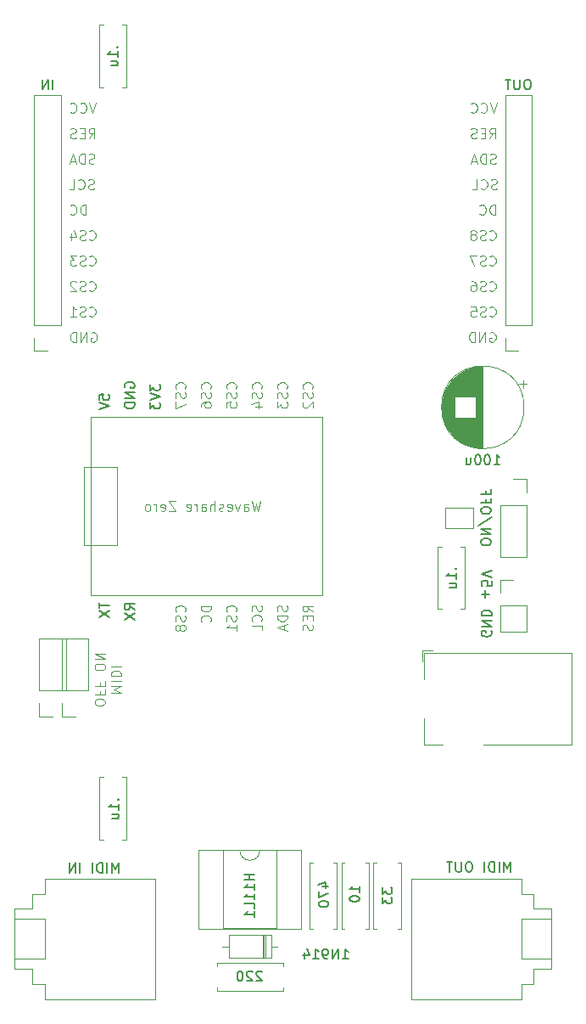
<source format=gbr>
%TF.GenerationSoftware,KiCad,Pcbnew,8.0.7*%
%TF.CreationDate,2025-07-29T21:18:19+01:00*%
%TF.ProjectId,ListeningPostDisplay,4c697374-656e-4696-9e67-506f73744469,rev?*%
%TF.SameCoordinates,Original*%
%TF.FileFunction,Legend,Bot*%
%TF.FilePolarity,Positive*%
%FSLAX46Y46*%
G04 Gerber Fmt 4.6, Leading zero omitted, Abs format (unit mm)*
G04 Created by KiCad (PCBNEW 8.0.7) date 2025-07-29 21:18:19*
%MOMM*%
%LPD*%
G01*
G04 APERTURE LIST*
%ADD10C,0.150000*%
%ADD11C,0.100000*%
%ADD12C,0.120000*%
G04 APERTURE END LIST*
D10*
X95772561Y-111816666D02*
X95820180Y-111911904D01*
X95820180Y-111911904D02*
X95820180Y-112054761D01*
X95820180Y-112054761D02*
X95772561Y-112197618D01*
X95772561Y-112197618D02*
X95677323Y-112292856D01*
X95677323Y-112292856D02*
X95582085Y-112340475D01*
X95582085Y-112340475D02*
X95391609Y-112388094D01*
X95391609Y-112388094D02*
X95248752Y-112388094D01*
X95248752Y-112388094D02*
X95058276Y-112340475D01*
X95058276Y-112340475D02*
X94963038Y-112292856D01*
X94963038Y-112292856D02*
X94867800Y-112197618D01*
X94867800Y-112197618D02*
X94820180Y-112054761D01*
X94820180Y-112054761D02*
X94820180Y-111959523D01*
X94820180Y-111959523D02*
X94867800Y-111816666D01*
X94867800Y-111816666D02*
X94915419Y-111769047D01*
X94915419Y-111769047D02*
X95248752Y-111769047D01*
X95248752Y-111769047D02*
X95248752Y-111959523D01*
X94820180Y-111340475D02*
X95820180Y-111340475D01*
X95820180Y-111340475D02*
X94820180Y-110769047D01*
X94820180Y-110769047D02*
X95820180Y-110769047D01*
X94820180Y-110292856D02*
X95820180Y-110292856D01*
X95820180Y-110292856D02*
X95820180Y-110054761D01*
X95820180Y-110054761D02*
X95772561Y-109911904D01*
X95772561Y-109911904D02*
X95677323Y-109816666D01*
X95677323Y-109816666D02*
X95582085Y-109769047D01*
X95582085Y-109769047D02*
X95391609Y-109721428D01*
X95391609Y-109721428D02*
X95248752Y-109721428D01*
X95248752Y-109721428D02*
X95058276Y-109769047D01*
X95058276Y-109769047D02*
X94963038Y-109816666D01*
X94963038Y-109816666D02*
X94867800Y-109911904D01*
X94867800Y-109911904D02*
X94820180Y-110054761D01*
X94820180Y-110054761D02*
X94820180Y-110292856D01*
X95201133Y-108530951D02*
X95201133Y-107769047D01*
X94820180Y-108149999D02*
X95582085Y-108149999D01*
X95820180Y-106816666D02*
X95820180Y-107292856D01*
X95820180Y-107292856D02*
X95343990Y-107340475D01*
X95343990Y-107340475D02*
X95391609Y-107292856D01*
X95391609Y-107292856D02*
X95439228Y-107197618D01*
X95439228Y-107197618D02*
X95439228Y-106959523D01*
X95439228Y-106959523D02*
X95391609Y-106864285D01*
X95391609Y-106864285D02*
X95343990Y-106816666D01*
X95343990Y-106816666D02*
X95248752Y-106769047D01*
X95248752Y-106769047D02*
X95010657Y-106769047D01*
X95010657Y-106769047D02*
X94915419Y-106816666D01*
X94915419Y-106816666D02*
X94867800Y-106864285D01*
X94867800Y-106864285D02*
X94820180Y-106959523D01*
X94820180Y-106959523D02*
X94820180Y-107197618D01*
X94820180Y-107197618D02*
X94867800Y-107292856D01*
X94867800Y-107292856D02*
X94915419Y-107340475D01*
X95820180Y-106483332D02*
X94820180Y-106149999D01*
X94820180Y-106149999D02*
X95820180Y-105816666D01*
D11*
X96338972Y-59137419D02*
X96005639Y-60137419D01*
X96005639Y-60137419D02*
X95672306Y-59137419D01*
X94767544Y-60042180D02*
X94815163Y-60089800D01*
X94815163Y-60089800D02*
X94958020Y-60137419D01*
X94958020Y-60137419D02*
X95053258Y-60137419D01*
X95053258Y-60137419D02*
X95196115Y-60089800D01*
X95196115Y-60089800D02*
X95291353Y-59994561D01*
X95291353Y-59994561D02*
X95338972Y-59899323D01*
X95338972Y-59899323D02*
X95386591Y-59708847D01*
X95386591Y-59708847D02*
X95386591Y-59565990D01*
X95386591Y-59565990D02*
X95338972Y-59375514D01*
X95338972Y-59375514D02*
X95291353Y-59280276D01*
X95291353Y-59280276D02*
X95196115Y-59185038D01*
X95196115Y-59185038D02*
X95053258Y-59137419D01*
X95053258Y-59137419D02*
X94958020Y-59137419D01*
X94958020Y-59137419D02*
X94815163Y-59185038D01*
X94815163Y-59185038D02*
X94767544Y-59232657D01*
X93767544Y-60042180D02*
X93815163Y-60089800D01*
X93815163Y-60089800D02*
X93958020Y-60137419D01*
X93958020Y-60137419D02*
X94053258Y-60137419D01*
X94053258Y-60137419D02*
X94196115Y-60089800D01*
X94196115Y-60089800D02*
X94291353Y-59994561D01*
X94291353Y-59994561D02*
X94338972Y-59899323D01*
X94338972Y-59899323D02*
X94386591Y-59708847D01*
X94386591Y-59708847D02*
X94386591Y-59565990D01*
X94386591Y-59565990D02*
X94338972Y-59375514D01*
X94338972Y-59375514D02*
X94291353Y-59280276D01*
X94291353Y-59280276D02*
X94196115Y-59185038D01*
X94196115Y-59185038D02*
X94053258Y-59137419D01*
X94053258Y-59137419D02*
X93958020Y-59137419D01*
X93958020Y-59137419D02*
X93815163Y-59185038D01*
X93815163Y-59185038D02*
X93767544Y-59232657D01*
X95624687Y-72742180D02*
X95672306Y-72789800D01*
X95672306Y-72789800D02*
X95815163Y-72837419D01*
X95815163Y-72837419D02*
X95910401Y-72837419D01*
X95910401Y-72837419D02*
X96053258Y-72789800D01*
X96053258Y-72789800D02*
X96148496Y-72694561D01*
X96148496Y-72694561D02*
X96196115Y-72599323D01*
X96196115Y-72599323D02*
X96243734Y-72408847D01*
X96243734Y-72408847D02*
X96243734Y-72265990D01*
X96243734Y-72265990D02*
X96196115Y-72075514D01*
X96196115Y-72075514D02*
X96148496Y-71980276D01*
X96148496Y-71980276D02*
X96053258Y-71885038D01*
X96053258Y-71885038D02*
X95910401Y-71837419D01*
X95910401Y-71837419D02*
X95815163Y-71837419D01*
X95815163Y-71837419D02*
X95672306Y-71885038D01*
X95672306Y-71885038D02*
X95624687Y-71932657D01*
X95243734Y-72789800D02*
X95100877Y-72837419D01*
X95100877Y-72837419D02*
X94862782Y-72837419D01*
X94862782Y-72837419D02*
X94767544Y-72789800D01*
X94767544Y-72789800D02*
X94719925Y-72742180D01*
X94719925Y-72742180D02*
X94672306Y-72646942D01*
X94672306Y-72646942D02*
X94672306Y-72551704D01*
X94672306Y-72551704D02*
X94719925Y-72456466D01*
X94719925Y-72456466D02*
X94767544Y-72408847D01*
X94767544Y-72408847D02*
X94862782Y-72361228D01*
X94862782Y-72361228D02*
X95053258Y-72313609D01*
X95053258Y-72313609D02*
X95148496Y-72265990D01*
X95148496Y-72265990D02*
X95196115Y-72218371D01*
X95196115Y-72218371D02*
X95243734Y-72123133D01*
X95243734Y-72123133D02*
X95243734Y-72027895D01*
X95243734Y-72027895D02*
X95196115Y-71932657D01*
X95196115Y-71932657D02*
X95148496Y-71885038D01*
X95148496Y-71885038D02*
X95053258Y-71837419D01*
X95053258Y-71837419D02*
X94815163Y-71837419D01*
X94815163Y-71837419D02*
X94672306Y-71885038D01*
X94100877Y-72265990D02*
X94196115Y-72218371D01*
X94196115Y-72218371D02*
X94243734Y-72170752D01*
X94243734Y-72170752D02*
X94291353Y-72075514D01*
X94291353Y-72075514D02*
X94291353Y-72027895D01*
X94291353Y-72027895D02*
X94243734Y-71932657D01*
X94243734Y-71932657D02*
X94196115Y-71885038D01*
X94196115Y-71885038D02*
X94100877Y-71837419D01*
X94100877Y-71837419D02*
X93910401Y-71837419D01*
X93910401Y-71837419D02*
X93815163Y-71885038D01*
X93815163Y-71885038D02*
X93767544Y-71932657D01*
X93767544Y-71932657D02*
X93719925Y-72027895D01*
X93719925Y-72027895D02*
X93719925Y-72075514D01*
X93719925Y-72075514D02*
X93767544Y-72170752D01*
X93767544Y-72170752D02*
X93815163Y-72218371D01*
X93815163Y-72218371D02*
X93910401Y-72265990D01*
X93910401Y-72265990D02*
X94100877Y-72265990D01*
X94100877Y-72265990D02*
X94196115Y-72313609D01*
X94196115Y-72313609D02*
X94243734Y-72361228D01*
X94243734Y-72361228D02*
X94291353Y-72456466D01*
X94291353Y-72456466D02*
X94291353Y-72646942D01*
X94291353Y-72646942D02*
X94243734Y-72742180D01*
X94243734Y-72742180D02*
X94196115Y-72789800D01*
X94196115Y-72789800D02*
X94100877Y-72837419D01*
X94100877Y-72837419D02*
X93910401Y-72837419D01*
X93910401Y-72837419D02*
X93815163Y-72789800D01*
X93815163Y-72789800D02*
X93767544Y-72742180D01*
X93767544Y-72742180D02*
X93719925Y-72646942D01*
X93719925Y-72646942D02*
X93719925Y-72456466D01*
X93719925Y-72456466D02*
X93767544Y-72361228D01*
X93767544Y-72361228D02*
X93815163Y-72313609D01*
X93815163Y-72313609D02*
X93910401Y-72265990D01*
X55327693Y-70297419D02*
X55327693Y-69297419D01*
X55327693Y-69297419D02*
X55089598Y-69297419D01*
X55089598Y-69297419D02*
X54946741Y-69345038D01*
X54946741Y-69345038D02*
X54851503Y-69440276D01*
X54851503Y-69440276D02*
X54803884Y-69535514D01*
X54803884Y-69535514D02*
X54756265Y-69725990D01*
X54756265Y-69725990D02*
X54756265Y-69868847D01*
X54756265Y-69868847D02*
X54803884Y-70059323D01*
X54803884Y-70059323D02*
X54851503Y-70154561D01*
X54851503Y-70154561D02*
X54946741Y-70249800D01*
X54946741Y-70249800D02*
X55089598Y-70297419D01*
X55089598Y-70297419D02*
X55327693Y-70297419D01*
X53756265Y-70202180D02*
X53803884Y-70249800D01*
X53803884Y-70249800D02*
X53946741Y-70297419D01*
X53946741Y-70297419D02*
X54041979Y-70297419D01*
X54041979Y-70297419D02*
X54184836Y-70249800D01*
X54184836Y-70249800D02*
X54280074Y-70154561D01*
X54280074Y-70154561D02*
X54327693Y-70059323D01*
X54327693Y-70059323D02*
X54375312Y-69868847D01*
X54375312Y-69868847D02*
X54375312Y-69725990D01*
X54375312Y-69725990D02*
X54327693Y-69535514D01*
X54327693Y-69535514D02*
X54280074Y-69440276D01*
X54280074Y-69440276D02*
X54184836Y-69345038D01*
X54184836Y-69345038D02*
X54041979Y-69297419D01*
X54041979Y-69297419D02*
X53946741Y-69297419D01*
X53946741Y-69297419D02*
X53803884Y-69345038D01*
X53803884Y-69345038D02*
X53756265Y-69392657D01*
X72834800Y-109256265D02*
X72882419Y-109399122D01*
X72882419Y-109399122D02*
X72882419Y-109637217D01*
X72882419Y-109637217D02*
X72834800Y-109732455D01*
X72834800Y-109732455D02*
X72787180Y-109780074D01*
X72787180Y-109780074D02*
X72691942Y-109827693D01*
X72691942Y-109827693D02*
X72596704Y-109827693D01*
X72596704Y-109827693D02*
X72501466Y-109780074D01*
X72501466Y-109780074D02*
X72453847Y-109732455D01*
X72453847Y-109732455D02*
X72406228Y-109637217D01*
X72406228Y-109637217D02*
X72358609Y-109446741D01*
X72358609Y-109446741D02*
X72310990Y-109351503D01*
X72310990Y-109351503D02*
X72263371Y-109303884D01*
X72263371Y-109303884D02*
X72168133Y-109256265D01*
X72168133Y-109256265D02*
X72072895Y-109256265D01*
X72072895Y-109256265D02*
X71977657Y-109303884D01*
X71977657Y-109303884D02*
X71930038Y-109351503D01*
X71930038Y-109351503D02*
X71882419Y-109446741D01*
X71882419Y-109446741D02*
X71882419Y-109684836D01*
X71882419Y-109684836D02*
X71930038Y-109827693D01*
X72787180Y-110827693D02*
X72834800Y-110780074D01*
X72834800Y-110780074D02*
X72882419Y-110637217D01*
X72882419Y-110637217D02*
X72882419Y-110541979D01*
X72882419Y-110541979D02*
X72834800Y-110399122D01*
X72834800Y-110399122D02*
X72739561Y-110303884D01*
X72739561Y-110303884D02*
X72644323Y-110256265D01*
X72644323Y-110256265D02*
X72453847Y-110208646D01*
X72453847Y-110208646D02*
X72310990Y-110208646D01*
X72310990Y-110208646D02*
X72120514Y-110256265D01*
X72120514Y-110256265D02*
X72025276Y-110303884D01*
X72025276Y-110303884D02*
X71930038Y-110399122D01*
X71930038Y-110399122D02*
X71882419Y-110541979D01*
X71882419Y-110541979D02*
X71882419Y-110637217D01*
X71882419Y-110637217D02*
X71930038Y-110780074D01*
X71930038Y-110780074D02*
X71977657Y-110827693D01*
X72882419Y-111732455D02*
X72882419Y-111256265D01*
X72882419Y-111256265D02*
X71882419Y-111256265D01*
X77867180Y-87638972D02*
X77914800Y-87591353D01*
X77914800Y-87591353D02*
X77962419Y-87448496D01*
X77962419Y-87448496D02*
X77962419Y-87353258D01*
X77962419Y-87353258D02*
X77914800Y-87210401D01*
X77914800Y-87210401D02*
X77819561Y-87115163D01*
X77819561Y-87115163D02*
X77724323Y-87067544D01*
X77724323Y-87067544D02*
X77533847Y-87019925D01*
X77533847Y-87019925D02*
X77390990Y-87019925D01*
X77390990Y-87019925D02*
X77200514Y-87067544D01*
X77200514Y-87067544D02*
X77105276Y-87115163D01*
X77105276Y-87115163D02*
X77010038Y-87210401D01*
X77010038Y-87210401D02*
X76962419Y-87353258D01*
X76962419Y-87353258D02*
X76962419Y-87448496D01*
X76962419Y-87448496D02*
X77010038Y-87591353D01*
X77010038Y-87591353D02*
X77057657Y-87638972D01*
X77914800Y-88019925D02*
X77962419Y-88162782D01*
X77962419Y-88162782D02*
X77962419Y-88400877D01*
X77962419Y-88400877D02*
X77914800Y-88496115D01*
X77914800Y-88496115D02*
X77867180Y-88543734D01*
X77867180Y-88543734D02*
X77771942Y-88591353D01*
X77771942Y-88591353D02*
X77676704Y-88591353D01*
X77676704Y-88591353D02*
X77581466Y-88543734D01*
X77581466Y-88543734D02*
X77533847Y-88496115D01*
X77533847Y-88496115D02*
X77486228Y-88400877D01*
X77486228Y-88400877D02*
X77438609Y-88210401D01*
X77438609Y-88210401D02*
X77390990Y-88115163D01*
X77390990Y-88115163D02*
X77343371Y-88067544D01*
X77343371Y-88067544D02*
X77248133Y-88019925D01*
X77248133Y-88019925D02*
X77152895Y-88019925D01*
X77152895Y-88019925D02*
X77057657Y-88067544D01*
X77057657Y-88067544D02*
X77010038Y-88115163D01*
X77010038Y-88115163D02*
X76962419Y-88210401D01*
X76962419Y-88210401D02*
X76962419Y-88448496D01*
X76962419Y-88448496D02*
X77010038Y-88591353D01*
X77057657Y-88972306D02*
X77010038Y-89019925D01*
X77010038Y-89019925D02*
X76962419Y-89115163D01*
X76962419Y-89115163D02*
X76962419Y-89353258D01*
X76962419Y-89353258D02*
X77010038Y-89448496D01*
X77010038Y-89448496D02*
X77057657Y-89496115D01*
X77057657Y-89496115D02*
X77152895Y-89543734D01*
X77152895Y-89543734D02*
X77248133Y-89543734D01*
X77248133Y-89543734D02*
X77390990Y-89496115D01*
X77390990Y-89496115D02*
X77962419Y-88924687D01*
X77962419Y-88924687D02*
X77962419Y-89543734D01*
X95624687Y-80362180D02*
X95672306Y-80409800D01*
X95672306Y-80409800D02*
X95815163Y-80457419D01*
X95815163Y-80457419D02*
X95910401Y-80457419D01*
X95910401Y-80457419D02*
X96053258Y-80409800D01*
X96053258Y-80409800D02*
X96148496Y-80314561D01*
X96148496Y-80314561D02*
X96196115Y-80219323D01*
X96196115Y-80219323D02*
X96243734Y-80028847D01*
X96243734Y-80028847D02*
X96243734Y-79885990D01*
X96243734Y-79885990D02*
X96196115Y-79695514D01*
X96196115Y-79695514D02*
X96148496Y-79600276D01*
X96148496Y-79600276D02*
X96053258Y-79505038D01*
X96053258Y-79505038D02*
X95910401Y-79457419D01*
X95910401Y-79457419D02*
X95815163Y-79457419D01*
X95815163Y-79457419D02*
X95672306Y-79505038D01*
X95672306Y-79505038D02*
X95624687Y-79552657D01*
X95243734Y-80409800D02*
X95100877Y-80457419D01*
X95100877Y-80457419D02*
X94862782Y-80457419D01*
X94862782Y-80457419D02*
X94767544Y-80409800D01*
X94767544Y-80409800D02*
X94719925Y-80362180D01*
X94719925Y-80362180D02*
X94672306Y-80266942D01*
X94672306Y-80266942D02*
X94672306Y-80171704D01*
X94672306Y-80171704D02*
X94719925Y-80076466D01*
X94719925Y-80076466D02*
X94767544Y-80028847D01*
X94767544Y-80028847D02*
X94862782Y-79981228D01*
X94862782Y-79981228D02*
X95053258Y-79933609D01*
X95053258Y-79933609D02*
X95148496Y-79885990D01*
X95148496Y-79885990D02*
X95196115Y-79838371D01*
X95196115Y-79838371D02*
X95243734Y-79743133D01*
X95243734Y-79743133D02*
X95243734Y-79647895D01*
X95243734Y-79647895D02*
X95196115Y-79552657D01*
X95196115Y-79552657D02*
X95148496Y-79505038D01*
X95148496Y-79505038D02*
X95053258Y-79457419D01*
X95053258Y-79457419D02*
X94815163Y-79457419D01*
X94815163Y-79457419D02*
X94672306Y-79505038D01*
X93767544Y-79457419D02*
X94243734Y-79457419D01*
X94243734Y-79457419D02*
X94291353Y-79933609D01*
X94291353Y-79933609D02*
X94243734Y-79885990D01*
X94243734Y-79885990D02*
X94148496Y-79838371D01*
X94148496Y-79838371D02*
X93910401Y-79838371D01*
X93910401Y-79838371D02*
X93815163Y-79885990D01*
X93815163Y-79885990D02*
X93767544Y-79933609D01*
X93767544Y-79933609D02*
X93719925Y-80028847D01*
X93719925Y-80028847D02*
X93719925Y-80266942D01*
X93719925Y-80266942D02*
X93767544Y-80362180D01*
X93767544Y-80362180D02*
X93815163Y-80409800D01*
X93815163Y-80409800D02*
X93910401Y-80457419D01*
X93910401Y-80457419D02*
X94148496Y-80457419D01*
X94148496Y-80457419D02*
X94243734Y-80409800D01*
X94243734Y-80409800D02*
X94291353Y-80362180D01*
X72760714Y-98832419D02*
X72522619Y-99832419D01*
X72522619Y-99832419D02*
X72332143Y-99118133D01*
X72332143Y-99118133D02*
X72141667Y-99832419D01*
X72141667Y-99832419D02*
X71903572Y-98832419D01*
X71094048Y-99832419D02*
X71094048Y-99308609D01*
X71094048Y-99308609D02*
X71141667Y-99213371D01*
X71141667Y-99213371D02*
X71236905Y-99165752D01*
X71236905Y-99165752D02*
X71427381Y-99165752D01*
X71427381Y-99165752D02*
X71522619Y-99213371D01*
X71094048Y-99784800D02*
X71189286Y-99832419D01*
X71189286Y-99832419D02*
X71427381Y-99832419D01*
X71427381Y-99832419D02*
X71522619Y-99784800D01*
X71522619Y-99784800D02*
X71570238Y-99689561D01*
X71570238Y-99689561D02*
X71570238Y-99594323D01*
X71570238Y-99594323D02*
X71522619Y-99499085D01*
X71522619Y-99499085D02*
X71427381Y-99451466D01*
X71427381Y-99451466D02*
X71189286Y-99451466D01*
X71189286Y-99451466D02*
X71094048Y-99403847D01*
X70713095Y-99165752D02*
X70475000Y-99832419D01*
X70475000Y-99832419D02*
X70236905Y-99165752D01*
X69475000Y-99784800D02*
X69570238Y-99832419D01*
X69570238Y-99832419D02*
X69760714Y-99832419D01*
X69760714Y-99832419D02*
X69855952Y-99784800D01*
X69855952Y-99784800D02*
X69903571Y-99689561D01*
X69903571Y-99689561D02*
X69903571Y-99308609D01*
X69903571Y-99308609D02*
X69855952Y-99213371D01*
X69855952Y-99213371D02*
X69760714Y-99165752D01*
X69760714Y-99165752D02*
X69570238Y-99165752D01*
X69570238Y-99165752D02*
X69475000Y-99213371D01*
X69475000Y-99213371D02*
X69427381Y-99308609D01*
X69427381Y-99308609D02*
X69427381Y-99403847D01*
X69427381Y-99403847D02*
X69903571Y-99499085D01*
X69046428Y-99784800D02*
X68951190Y-99832419D01*
X68951190Y-99832419D02*
X68760714Y-99832419D01*
X68760714Y-99832419D02*
X68665476Y-99784800D01*
X68665476Y-99784800D02*
X68617857Y-99689561D01*
X68617857Y-99689561D02*
X68617857Y-99641942D01*
X68617857Y-99641942D02*
X68665476Y-99546704D01*
X68665476Y-99546704D02*
X68760714Y-99499085D01*
X68760714Y-99499085D02*
X68903571Y-99499085D01*
X68903571Y-99499085D02*
X68998809Y-99451466D01*
X68998809Y-99451466D02*
X69046428Y-99356228D01*
X69046428Y-99356228D02*
X69046428Y-99308609D01*
X69046428Y-99308609D02*
X68998809Y-99213371D01*
X68998809Y-99213371D02*
X68903571Y-99165752D01*
X68903571Y-99165752D02*
X68760714Y-99165752D01*
X68760714Y-99165752D02*
X68665476Y-99213371D01*
X68189285Y-99832419D02*
X68189285Y-98832419D01*
X67760714Y-99832419D02*
X67760714Y-99308609D01*
X67760714Y-99308609D02*
X67808333Y-99213371D01*
X67808333Y-99213371D02*
X67903571Y-99165752D01*
X67903571Y-99165752D02*
X68046428Y-99165752D01*
X68046428Y-99165752D02*
X68141666Y-99213371D01*
X68141666Y-99213371D02*
X68189285Y-99260990D01*
X66855952Y-99832419D02*
X66855952Y-99308609D01*
X66855952Y-99308609D02*
X66903571Y-99213371D01*
X66903571Y-99213371D02*
X66998809Y-99165752D01*
X66998809Y-99165752D02*
X67189285Y-99165752D01*
X67189285Y-99165752D02*
X67284523Y-99213371D01*
X66855952Y-99784800D02*
X66951190Y-99832419D01*
X66951190Y-99832419D02*
X67189285Y-99832419D01*
X67189285Y-99832419D02*
X67284523Y-99784800D01*
X67284523Y-99784800D02*
X67332142Y-99689561D01*
X67332142Y-99689561D02*
X67332142Y-99594323D01*
X67332142Y-99594323D02*
X67284523Y-99499085D01*
X67284523Y-99499085D02*
X67189285Y-99451466D01*
X67189285Y-99451466D02*
X66951190Y-99451466D01*
X66951190Y-99451466D02*
X66855952Y-99403847D01*
X66379761Y-99832419D02*
X66379761Y-99165752D01*
X66379761Y-99356228D02*
X66332142Y-99260990D01*
X66332142Y-99260990D02*
X66284523Y-99213371D01*
X66284523Y-99213371D02*
X66189285Y-99165752D01*
X66189285Y-99165752D02*
X66094047Y-99165752D01*
X65379761Y-99784800D02*
X65474999Y-99832419D01*
X65474999Y-99832419D02*
X65665475Y-99832419D01*
X65665475Y-99832419D02*
X65760713Y-99784800D01*
X65760713Y-99784800D02*
X65808332Y-99689561D01*
X65808332Y-99689561D02*
X65808332Y-99308609D01*
X65808332Y-99308609D02*
X65760713Y-99213371D01*
X65760713Y-99213371D02*
X65665475Y-99165752D01*
X65665475Y-99165752D02*
X65474999Y-99165752D01*
X65474999Y-99165752D02*
X65379761Y-99213371D01*
X65379761Y-99213371D02*
X65332142Y-99308609D01*
X65332142Y-99308609D02*
X65332142Y-99403847D01*
X65332142Y-99403847D02*
X65808332Y-99499085D01*
X64236903Y-98832419D02*
X63570237Y-98832419D01*
X63570237Y-98832419D02*
X64236903Y-99832419D01*
X64236903Y-99832419D02*
X63570237Y-99832419D01*
X62808332Y-99784800D02*
X62903570Y-99832419D01*
X62903570Y-99832419D02*
X63094046Y-99832419D01*
X63094046Y-99832419D02*
X63189284Y-99784800D01*
X63189284Y-99784800D02*
X63236903Y-99689561D01*
X63236903Y-99689561D02*
X63236903Y-99308609D01*
X63236903Y-99308609D02*
X63189284Y-99213371D01*
X63189284Y-99213371D02*
X63094046Y-99165752D01*
X63094046Y-99165752D02*
X62903570Y-99165752D01*
X62903570Y-99165752D02*
X62808332Y-99213371D01*
X62808332Y-99213371D02*
X62760713Y-99308609D01*
X62760713Y-99308609D02*
X62760713Y-99403847D01*
X62760713Y-99403847D02*
X63236903Y-99499085D01*
X62332141Y-99832419D02*
X62332141Y-99165752D01*
X62332141Y-99356228D02*
X62284522Y-99260990D01*
X62284522Y-99260990D02*
X62236903Y-99213371D01*
X62236903Y-99213371D02*
X62141665Y-99165752D01*
X62141665Y-99165752D02*
X62046427Y-99165752D01*
X61570236Y-99832419D02*
X61665474Y-99784800D01*
X61665474Y-99784800D02*
X61713093Y-99737180D01*
X61713093Y-99737180D02*
X61760712Y-99641942D01*
X61760712Y-99641942D02*
X61760712Y-99356228D01*
X61760712Y-99356228D02*
X61713093Y-99260990D01*
X61713093Y-99260990D02*
X61665474Y-99213371D01*
X61665474Y-99213371D02*
X61570236Y-99165752D01*
X61570236Y-99165752D02*
X61427379Y-99165752D01*
X61427379Y-99165752D02*
X61332141Y-99213371D01*
X61332141Y-99213371D02*
X61284522Y-99260990D01*
X61284522Y-99260990D02*
X61236903Y-99356228D01*
X61236903Y-99356228D02*
X61236903Y-99641942D01*
X61236903Y-99641942D02*
X61284522Y-99737180D01*
X61284522Y-99737180D02*
X61332141Y-99784800D01*
X61332141Y-99784800D02*
X61427379Y-99832419D01*
X61427379Y-99832419D02*
X61570236Y-99832419D01*
X95624687Y-75282180D02*
X95672306Y-75329800D01*
X95672306Y-75329800D02*
X95815163Y-75377419D01*
X95815163Y-75377419D02*
X95910401Y-75377419D01*
X95910401Y-75377419D02*
X96053258Y-75329800D01*
X96053258Y-75329800D02*
X96148496Y-75234561D01*
X96148496Y-75234561D02*
X96196115Y-75139323D01*
X96196115Y-75139323D02*
X96243734Y-74948847D01*
X96243734Y-74948847D02*
X96243734Y-74805990D01*
X96243734Y-74805990D02*
X96196115Y-74615514D01*
X96196115Y-74615514D02*
X96148496Y-74520276D01*
X96148496Y-74520276D02*
X96053258Y-74425038D01*
X96053258Y-74425038D02*
X95910401Y-74377419D01*
X95910401Y-74377419D02*
X95815163Y-74377419D01*
X95815163Y-74377419D02*
X95672306Y-74425038D01*
X95672306Y-74425038D02*
X95624687Y-74472657D01*
X95243734Y-75329800D02*
X95100877Y-75377419D01*
X95100877Y-75377419D02*
X94862782Y-75377419D01*
X94862782Y-75377419D02*
X94767544Y-75329800D01*
X94767544Y-75329800D02*
X94719925Y-75282180D01*
X94719925Y-75282180D02*
X94672306Y-75186942D01*
X94672306Y-75186942D02*
X94672306Y-75091704D01*
X94672306Y-75091704D02*
X94719925Y-74996466D01*
X94719925Y-74996466D02*
X94767544Y-74948847D01*
X94767544Y-74948847D02*
X94862782Y-74901228D01*
X94862782Y-74901228D02*
X95053258Y-74853609D01*
X95053258Y-74853609D02*
X95148496Y-74805990D01*
X95148496Y-74805990D02*
X95196115Y-74758371D01*
X95196115Y-74758371D02*
X95243734Y-74663133D01*
X95243734Y-74663133D02*
X95243734Y-74567895D01*
X95243734Y-74567895D02*
X95196115Y-74472657D01*
X95196115Y-74472657D02*
X95148496Y-74425038D01*
X95148496Y-74425038D02*
X95053258Y-74377419D01*
X95053258Y-74377419D02*
X94815163Y-74377419D01*
X94815163Y-74377419D02*
X94672306Y-74425038D01*
X94338972Y-74377419D02*
X93672306Y-74377419D01*
X93672306Y-74377419D02*
X94100877Y-75377419D01*
X56184836Y-65169800D02*
X56041979Y-65217419D01*
X56041979Y-65217419D02*
X55803884Y-65217419D01*
X55803884Y-65217419D02*
X55708646Y-65169800D01*
X55708646Y-65169800D02*
X55661027Y-65122180D01*
X55661027Y-65122180D02*
X55613408Y-65026942D01*
X55613408Y-65026942D02*
X55613408Y-64931704D01*
X55613408Y-64931704D02*
X55661027Y-64836466D01*
X55661027Y-64836466D02*
X55708646Y-64788847D01*
X55708646Y-64788847D02*
X55803884Y-64741228D01*
X55803884Y-64741228D02*
X55994360Y-64693609D01*
X55994360Y-64693609D02*
X56089598Y-64645990D01*
X56089598Y-64645990D02*
X56137217Y-64598371D01*
X56137217Y-64598371D02*
X56184836Y-64503133D01*
X56184836Y-64503133D02*
X56184836Y-64407895D01*
X56184836Y-64407895D02*
X56137217Y-64312657D01*
X56137217Y-64312657D02*
X56089598Y-64265038D01*
X56089598Y-64265038D02*
X55994360Y-64217419D01*
X55994360Y-64217419D02*
X55756265Y-64217419D01*
X55756265Y-64217419D02*
X55613408Y-64265038D01*
X55184836Y-65217419D02*
X55184836Y-64217419D01*
X55184836Y-64217419D02*
X54946741Y-64217419D01*
X54946741Y-64217419D02*
X54803884Y-64265038D01*
X54803884Y-64265038D02*
X54708646Y-64360276D01*
X54708646Y-64360276D02*
X54661027Y-64455514D01*
X54661027Y-64455514D02*
X54613408Y-64645990D01*
X54613408Y-64645990D02*
X54613408Y-64788847D01*
X54613408Y-64788847D02*
X54661027Y-64979323D01*
X54661027Y-64979323D02*
X54708646Y-65074561D01*
X54708646Y-65074561D02*
X54803884Y-65169800D01*
X54803884Y-65169800D02*
X54946741Y-65217419D01*
X54946741Y-65217419D02*
X55184836Y-65217419D01*
X54232455Y-64931704D02*
X53756265Y-64931704D01*
X54327693Y-65217419D02*
X53994360Y-64217419D01*
X53994360Y-64217419D02*
X53661027Y-65217419D01*
X96243734Y-65169800D02*
X96100877Y-65217419D01*
X96100877Y-65217419D02*
X95862782Y-65217419D01*
X95862782Y-65217419D02*
X95767544Y-65169800D01*
X95767544Y-65169800D02*
X95719925Y-65122180D01*
X95719925Y-65122180D02*
X95672306Y-65026942D01*
X95672306Y-65026942D02*
X95672306Y-64931704D01*
X95672306Y-64931704D02*
X95719925Y-64836466D01*
X95719925Y-64836466D02*
X95767544Y-64788847D01*
X95767544Y-64788847D02*
X95862782Y-64741228D01*
X95862782Y-64741228D02*
X96053258Y-64693609D01*
X96053258Y-64693609D02*
X96148496Y-64645990D01*
X96148496Y-64645990D02*
X96196115Y-64598371D01*
X96196115Y-64598371D02*
X96243734Y-64503133D01*
X96243734Y-64503133D02*
X96243734Y-64407895D01*
X96243734Y-64407895D02*
X96196115Y-64312657D01*
X96196115Y-64312657D02*
X96148496Y-64265038D01*
X96148496Y-64265038D02*
X96053258Y-64217419D01*
X96053258Y-64217419D02*
X95815163Y-64217419D01*
X95815163Y-64217419D02*
X95672306Y-64265038D01*
X95243734Y-65217419D02*
X95243734Y-64217419D01*
X95243734Y-64217419D02*
X95005639Y-64217419D01*
X95005639Y-64217419D02*
X94862782Y-64265038D01*
X94862782Y-64265038D02*
X94767544Y-64360276D01*
X94767544Y-64360276D02*
X94719925Y-64455514D01*
X94719925Y-64455514D02*
X94672306Y-64645990D01*
X94672306Y-64645990D02*
X94672306Y-64788847D01*
X94672306Y-64788847D02*
X94719925Y-64979323D01*
X94719925Y-64979323D02*
X94767544Y-65074561D01*
X94767544Y-65074561D02*
X94862782Y-65169800D01*
X94862782Y-65169800D02*
X95005639Y-65217419D01*
X95005639Y-65217419D02*
X95243734Y-65217419D01*
X94291353Y-64931704D02*
X93815163Y-64931704D01*
X94386591Y-65217419D02*
X94053258Y-64217419D01*
X94053258Y-64217419D02*
X93719925Y-65217419D01*
X57822552Y-117934522D02*
X58822552Y-117934522D01*
X58822552Y-117934522D02*
X58108267Y-117601189D01*
X58108267Y-117601189D02*
X58822552Y-117267856D01*
X58822552Y-117267856D02*
X57822552Y-117267856D01*
X57822552Y-116791665D02*
X58822552Y-116791665D01*
X57822552Y-116315475D02*
X58822552Y-116315475D01*
X58822552Y-116315475D02*
X58822552Y-116077380D01*
X58822552Y-116077380D02*
X58774933Y-115934523D01*
X58774933Y-115934523D02*
X58679695Y-115839285D01*
X58679695Y-115839285D02*
X58584457Y-115791666D01*
X58584457Y-115791666D02*
X58393981Y-115744047D01*
X58393981Y-115744047D02*
X58251124Y-115744047D01*
X58251124Y-115744047D02*
X58060648Y-115791666D01*
X58060648Y-115791666D02*
X57965410Y-115839285D01*
X57965410Y-115839285D02*
X57870172Y-115934523D01*
X57870172Y-115934523D02*
X57822552Y-116077380D01*
X57822552Y-116077380D02*
X57822552Y-116315475D01*
X57822552Y-115315475D02*
X58822552Y-115315475D01*
X57212608Y-119005952D02*
X57212608Y-118815476D01*
X57212608Y-118815476D02*
X57164989Y-118720238D01*
X57164989Y-118720238D02*
X57069751Y-118625000D01*
X57069751Y-118625000D02*
X56879275Y-118577381D01*
X56879275Y-118577381D02*
X56545942Y-118577381D01*
X56545942Y-118577381D02*
X56355466Y-118625000D01*
X56355466Y-118625000D02*
X56260228Y-118720238D01*
X56260228Y-118720238D02*
X56212608Y-118815476D01*
X56212608Y-118815476D02*
X56212608Y-119005952D01*
X56212608Y-119005952D02*
X56260228Y-119101190D01*
X56260228Y-119101190D02*
X56355466Y-119196428D01*
X56355466Y-119196428D02*
X56545942Y-119244047D01*
X56545942Y-119244047D02*
X56879275Y-119244047D01*
X56879275Y-119244047D02*
X57069751Y-119196428D01*
X57069751Y-119196428D02*
X57164989Y-119101190D01*
X57164989Y-119101190D02*
X57212608Y-119005952D01*
X56736418Y-117815476D02*
X56736418Y-118148809D01*
X56212608Y-118148809D02*
X57212608Y-118148809D01*
X57212608Y-118148809D02*
X57212608Y-117672619D01*
X56736418Y-116958333D02*
X56736418Y-117291666D01*
X56212608Y-117291666D02*
X57212608Y-117291666D01*
X57212608Y-117291666D02*
X57212608Y-116815476D01*
X57212608Y-115482142D02*
X57212608Y-115291666D01*
X57212608Y-115291666D02*
X57164989Y-115196428D01*
X57164989Y-115196428D02*
X57069751Y-115101190D01*
X57069751Y-115101190D02*
X56879275Y-115053571D01*
X56879275Y-115053571D02*
X56545942Y-115053571D01*
X56545942Y-115053571D02*
X56355466Y-115101190D01*
X56355466Y-115101190D02*
X56260228Y-115196428D01*
X56260228Y-115196428D02*
X56212608Y-115291666D01*
X56212608Y-115291666D02*
X56212608Y-115482142D01*
X56212608Y-115482142D02*
X56260228Y-115577380D01*
X56260228Y-115577380D02*
X56355466Y-115672618D01*
X56355466Y-115672618D02*
X56545942Y-115720237D01*
X56545942Y-115720237D02*
X56879275Y-115720237D01*
X56879275Y-115720237D02*
X57069751Y-115672618D01*
X57069751Y-115672618D02*
X57164989Y-115577380D01*
X57164989Y-115577380D02*
X57212608Y-115482142D01*
X56212608Y-114624999D02*
X57212608Y-114624999D01*
X57212608Y-114624999D02*
X56212608Y-114053571D01*
X56212608Y-114053571D02*
X57212608Y-114053571D01*
X67802419Y-109303884D02*
X66802419Y-109303884D01*
X66802419Y-109303884D02*
X66802419Y-109541979D01*
X66802419Y-109541979D02*
X66850038Y-109684836D01*
X66850038Y-109684836D02*
X66945276Y-109780074D01*
X66945276Y-109780074D02*
X67040514Y-109827693D01*
X67040514Y-109827693D02*
X67230990Y-109875312D01*
X67230990Y-109875312D02*
X67373847Y-109875312D01*
X67373847Y-109875312D02*
X67564323Y-109827693D01*
X67564323Y-109827693D02*
X67659561Y-109780074D01*
X67659561Y-109780074D02*
X67754800Y-109684836D01*
X67754800Y-109684836D02*
X67802419Y-109541979D01*
X67802419Y-109541979D02*
X67802419Y-109303884D01*
X67707180Y-110875312D02*
X67754800Y-110827693D01*
X67754800Y-110827693D02*
X67802419Y-110684836D01*
X67802419Y-110684836D02*
X67802419Y-110589598D01*
X67802419Y-110589598D02*
X67754800Y-110446741D01*
X67754800Y-110446741D02*
X67659561Y-110351503D01*
X67659561Y-110351503D02*
X67564323Y-110303884D01*
X67564323Y-110303884D02*
X67373847Y-110256265D01*
X67373847Y-110256265D02*
X67230990Y-110256265D01*
X67230990Y-110256265D02*
X67040514Y-110303884D01*
X67040514Y-110303884D02*
X66945276Y-110351503D01*
X66945276Y-110351503D02*
X66850038Y-110446741D01*
X66850038Y-110446741D02*
X66802419Y-110589598D01*
X66802419Y-110589598D02*
X66802419Y-110684836D01*
X66802419Y-110684836D02*
X66850038Y-110827693D01*
X66850038Y-110827693D02*
X66897657Y-110875312D01*
X75327180Y-87638972D02*
X75374800Y-87591353D01*
X75374800Y-87591353D02*
X75422419Y-87448496D01*
X75422419Y-87448496D02*
X75422419Y-87353258D01*
X75422419Y-87353258D02*
X75374800Y-87210401D01*
X75374800Y-87210401D02*
X75279561Y-87115163D01*
X75279561Y-87115163D02*
X75184323Y-87067544D01*
X75184323Y-87067544D02*
X74993847Y-87019925D01*
X74993847Y-87019925D02*
X74850990Y-87019925D01*
X74850990Y-87019925D02*
X74660514Y-87067544D01*
X74660514Y-87067544D02*
X74565276Y-87115163D01*
X74565276Y-87115163D02*
X74470038Y-87210401D01*
X74470038Y-87210401D02*
X74422419Y-87353258D01*
X74422419Y-87353258D02*
X74422419Y-87448496D01*
X74422419Y-87448496D02*
X74470038Y-87591353D01*
X74470038Y-87591353D02*
X74517657Y-87638972D01*
X75374800Y-88019925D02*
X75422419Y-88162782D01*
X75422419Y-88162782D02*
X75422419Y-88400877D01*
X75422419Y-88400877D02*
X75374800Y-88496115D01*
X75374800Y-88496115D02*
X75327180Y-88543734D01*
X75327180Y-88543734D02*
X75231942Y-88591353D01*
X75231942Y-88591353D02*
X75136704Y-88591353D01*
X75136704Y-88591353D02*
X75041466Y-88543734D01*
X75041466Y-88543734D02*
X74993847Y-88496115D01*
X74993847Y-88496115D02*
X74946228Y-88400877D01*
X74946228Y-88400877D02*
X74898609Y-88210401D01*
X74898609Y-88210401D02*
X74850990Y-88115163D01*
X74850990Y-88115163D02*
X74803371Y-88067544D01*
X74803371Y-88067544D02*
X74708133Y-88019925D01*
X74708133Y-88019925D02*
X74612895Y-88019925D01*
X74612895Y-88019925D02*
X74517657Y-88067544D01*
X74517657Y-88067544D02*
X74470038Y-88115163D01*
X74470038Y-88115163D02*
X74422419Y-88210401D01*
X74422419Y-88210401D02*
X74422419Y-88448496D01*
X74422419Y-88448496D02*
X74470038Y-88591353D01*
X74422419Y-88924687D02*
X74422419Y-89543734D01*
X74422419Y-89543734D02*
X74803371Y-89210401D01*
X74803371Y-89210401D02*
X74803371Y-89353258D01*
X74803371Y-89353258D02*
X74850990Y-89448496D01*
X74850990Y-89448496D02*
X74898609Y-89496115D01*
X74898609Y-89496115D02*
X74993847Y-89543734D01*
X74993847Y-89543734D02*
X75231942Y-89543734D01*
X75231942Y-89543734D02*
X75327180Y-89496115D01*
X75327180Y-89496115D02*
X75374800Y-89448496D01*
X75374800Y-89448496D02*
X75422419Y-89353258D01*
X75422419Y-89353258D02*
X75422419Y-89067544D01*
X75422419Y-89067544D02*
X75374800Y-88972306D01*
X75374800Y-88972306D02*
X75327180Y-88924687D01*
X95672306Y-82045038D02*
X95767544Y-81997419D01*
X95767544Y-81997419D02*
X95910401Y-81997419D01*
X95910401Y-81997419D02*
X96053258Y-82045038D01*
X96053258Y-82045038D02*
X96148496Y-82140276D01*
X96148496Y-82140276D02*
X96196115Y-82235514D01*
X96196115Y-82235514D02*
X96243734Y-82425990D01*
X96243734Y-82425990D02*
X96243734Y-82568847D01*
X96243734Y-82568847D02*
X96196115Y-82759323D01*
X96196115Y-82759323D02*
X96148496Y-82854561D01*
X96148496Y-82854561D02*
X96053258Y-82949800D01*
X96053258Y-82949800D02*
X95910401Y-82997419D01*
X95910401Y-82997419D02*
X95815163Y-82997419D01*
X95815163Y-82997419D02*
X95672306Y-82949800D01*
X95672306Y-82949800D02*
X95624687Y-82902180D01*
X95624687Y-82902180D02*
X95624687Y-82568847D01*
X95624687Y-82568847D02*
X95815163Y-82568847D01*
X95196115Y-82997419D02*
X95196115Y-81997419D01*
X95196115Y-81997419D02*
X94624687Y-82997419D01*
X94624687Y-82997419D02*
X94624687Y-81997419D01*
X94148496Y-82997419D02*
X94148496Y-81997419D01*
X94148496Y-81997419D02*
X93910401Y-81997419D01*
X93910401Y-81997419D02*
X93767544Y-82045038D01*
X93767544Y-82045038D02*
X93672306Y-82140276D01*
X93672306Y-82140276D02*
X93624687Y-82235514D01*
X93624687Y-82235514D02*
X93577068Y-82425990D01*
X93577068Y-82425990D02*
X93577068Y-82568847D01*
X93577068Y-82568847D02*
X93624687Y-82759323D01*
X93624687Y-82759323D02*
X93672306Y-82854561D01*
X93672306Y-82854561D02*
X93767544Y-82949800D01*
X93767544Y-82949800D02*
X93910401Y-82997419D01*
X93910401Y-82997419D02*
X94148496Y-82997419D01*
X55613408Y-62677419D02*
X55946741Y-62201228D01*
X56184836Y-62677419D02*
X56184836Y-61677419D01*
X56184836Y-61677419D02*
X55803884Y-61677419D01*
X55803884Y-61677419D02*
X55708646Y-61725038D01*
X55708646Y-61725038D02*
X55661027Y-61772657D01*
X55661027Y-61772657D02*
X55613408Y-61867895D01*
X55613408Y-61867895D02*
X55613408Y-62010752D01*
X55613408Y-62010752D02*
X55661027Y-62105990D01*
X55661027Y-62105990D02*
X55708646Y-62153609D01*
X55708646Y-62153609D02*
X55803884Y-62201228D01*
X55803884Y-62201228D02*
X56184836Y-62201228D01*
X55184836Y-62153609D02*
X54851503Y-62153609D01*
X54708646Y-62677419D02*
X55184836Y-62677419D01*
X55184836Y-62677419D02*
X55184836Y-61677419D01*
X55184836Y-61677419D02*
X54708646Y-61677419D01*
X54327693Y-62629800D02*
X54184836Y-62677419D01*
X54184836Y-62677419D02*
X53946741Y-62677419D01*
X53946741Y-62677419D02*
X53851503Y-62629800D01*
X53851503Y-62629800D02*
X53803884Y-62582180D01*
X53803884Y-62582180D02*
X53756265Y-62486942D01*
X53756265Y-62486942D02*
X53756265Y-62391704D01*
X53756265Y-62391704D02*
X53803884Y-62296466D01*
X53803884Y-62296466D02*
X53851503Y-62248847D01*
X53851503Y-62248847D02*
X53946741Y-62201228D01*
X53946741Y-62201228D02*
X54137217Y-62153609D01*
X54137217Y-62153609D02*
X54232455Y-62105990D01*
X54232455Y-62105990D02*
X54280074Y-62058371D01*
X54280074Y-62058371D02*
X54327693Y-61963133D01*
X54327693Y-61963133D02*
X54327693Y-61867895D01*
X54327693Y-61867895D02*
X54280074Y-61772657D01*
X54280074Y-61772657D02*
X54232455Y-61725038D01*
X54232455Y-61725038D02*
X54137217Y-61677419D01*
X54137217Y-61677419D02*
X53899122Y-61677419D01*
X53899122Y-61677419D02*
X53756265Y-61725038D01*
X95624687Y-62677419D02*
X95958020Y-62201228D01*
X96196115Y-62677419D02*
X96196115Y-61677419D01*
X96196115Y-61677419D02*
X95815163Y-61677419D01*
X95815163Y-61677419D02*
X95719925Y-61725038D01*
X95719925Y-61725038D02*
X95672306Y-61772657D01*
X95672306Y-61772657D02*
X95624687Y-61867895D01*
X95624687Y-61867895D02*
X95624687Y-62010752D01*
X95624687Y-62010752D02*
X95672306Y-62105990D01*
X95672306Y-62105990D02*
X95719925Y-62153609D01*
X95719925Y-62153609D02*
X95815163Y-62201228D01*
X95815163Y-62201228D02*
X96196115Y-62201228D01*
X95196115Y-62153609D02*
X94862782Y-62153609D01*
X94719925Y-62677419D02*
X95196115Y-62677419D01*
X95196115Y-62677419D02*
X95196115Y-61677419D01*
X95196115Y-61677419D02*
X94719925Y-61677419D01*
X94338972Y-62629800D02*
X94196115Y-62677419D01*
X94196115Y-62677419D02*
X93958020Y-62677419D01*
X93958020Y-62677419D02*
X93862782Y-62629800D01*
X93862782Y-62629800D02*
X93815163Y-62582180D01*
X93815163Y-62582180D02*
X93767544Y-62486942D01*
X93767544Y-62486942D02*
X93767544Y-62391704D01*
X93767544Y-62391704D02*
X93815163Y-62296466D01*
X93815163Y-62296466D02*
X93862782Y-62248847D01*
X93862782Y-62248847D02*
X93958020Y-62201228D01*
X93958020Y-62201228D02*
X94148496Y-62153609D01*
X94148496Y-62153609D02*
X94243734Y-62105990D01*
X94243734Y-62105990D02*
X94291353Y-62058371D01*
X94291353Y-62058371D02*
X94338972Y-61963133D01*
X94338972Y-61963133D02*
X94338972Y-61867895D01*
X94338972Y-61867895D02*
X94291353Y-61772657D01*
X94291353Y-61772657D02*
X94243734Y-61725038D01*
X94243734Y-61725038D02*
X94148496Y-61677419D01*
X94148496Y-61677419D02*
X93910401Y-61677419D01*
X93910401Y-61677419D02*
X93767544Y-61725038D01*
X65167180Y-109875312D02*
X65214800Y-109827693D01*
X65214800Y-109827693D02*
X65262419Y-109684836D01*
X65262419Y-109684836D02*
X65262419Y-109589598D01*
X65262419Y-109589598D02*
X65214800Y-109446741D01*
X65214800Y-109446741D02*
X65119561Y-109351503D01*
X65119561Y-109351503D02*
X65024323Y-109303884D01*
X65024323Y-109303884D02*
X64833847Y-109256265D01*
X64833847Y-109256265D02*
X64690990Y-109256265D01*
X64690990Y-109256265D02*
X64500514Y-109303884D01*
X64500514Y-109303884D02*
X64405276Y-109351503D01*
X64405276Y-109351503D02*
X64310038Y-109446741D01*
X64310038Y-109446741D02*
X64262419Y-109589598D01*
X64262419Y-109589598D02*
X64262419Y-109684836D01*
X64262419Y-109684836D02*
X64310038Y-109827693D01*
X64310038Y-109827693D02*
X64357657Y-109875312D01*
X65214800Y-110256265D02*
X65262419Y-110399122D01*
X65262419Y-110399122D02*
X65262419Y-110637217D01*
X65262419Y-110637217D02*
X65214800Y-110732455D01*
X65214800Y-110732455D02*
X65167180Y-110780074D01*
X65167180Y-110780074D02*
X65071942Y-110827693D01*
X65071942Y-110827693D02*
X64976704Y-110827693D01*
X64976704Y-110827693D02*
X64881466Y-110780074D01*
X64881466Y-110780074D02*
X64833847Y-110732455D01*
X64833847Y-110732455D02*
X64786228Y-110637217D01*
X64786228Y-110637217D02*
X64738609Y-110446741D01*
X64738609Y-110446741D02*
X64690990Y-110351503D01*
X64690990Y-110351503D02*
X64643371Y-110303884D01*
X64643371Y-110303884D02*
X64548133Y-110256265D01*
X64548133Y-110256265D02*
X64452895Y-110256265D01*
X64452895Y-110256265D02*
X64357657Y-110303884D01*
X64357657Y-110303884D02*
X64310038Y-110351503D01*
X64310038Y-110351503D02*
X64262419Y-110446741D01*
X64262419Y-110446741D02*
X64262419Y-110684836D01*
X64262419Y-110684836D02*
X64310038Y-110827693D01*
X64690990Y-111399122D02*
X64643371Y-111303884D01*
X64643371Y-111303884D02*
X64595752Y-111256265D01*
X64595752Y-111256265D02*
X64500514Y-111208646D01*
X64500514Y-111208646D02*
X64452895Y-111208646D01*
X64452895Y-111208646D02*
X64357657Y-111256265D01*
X64357657Y-111256265D02*
X64310038Y-111303884D01*
X64310038Y-111303884D02*
X64262419Y-111399122D01*
X64262419Y-111399122D02*
X64262419Y-111589598D01*
X64262419Y-111589598D02*
X64310038Y-111684836D01*
X64310038Y-111684836D02*
X64357657Y-111732455D01*
X64357657Y-111732455D02*
X64452895Y-111780074D01*
X64452895Y-111780074D02*
X64500514Y-111780074D01*
X64500514Y-111780074D02*
X64595752Y-111732455D01*
X64595752Y-111732455D02*
X64643371Y-111684836D01*
X64643371Y-111684836D02*
X64690990Y-111589598D01*
X64690990Y-111589598D02*
X64690990Y-111399122D01*
X64690990Y-111399122D02*
X64738609Y-111303884D01*
X64738609Y-111303884D02*
X64786228Y-111256265D01*
X64786228Y-111256265D02*
X64881466Y-111208646D01*
X64881466Y-111208646D02*
X65071942Y-111208646D01*
X65071942Y-111208646D02*
X65167180Y-111256265D01*
X65167180Y-111256265D02*
X65214800Y-111303884D01*
X65214800Y-111303884D02*
X65262419Y-111399122D01*
X65262419Y-111399122D02*
X65262419Y-111589598D01*
X65262419Y-111589598D02*
X65214800Y-111684836D01*
X65214800Y-111684836D02*
X65167180Y-111732455D01*
X65167180Y-111732455D02*
X65071942Y-111780074D01*
X65071942Y-111780074D02*
X64881466Y-111780074D01*
X64881466Y-111780074D02*
X64786228Y-111732455D01*
X64786228Y-111732455D02*
X64738609Y-111684836D01*
X64738609Y-111684836D02*
X64690990Y-111589598D01*
X56327693Y-59137419D02*
X55994360Y-60137419D01*
X55994360Y-60137419D02*
X55661027Y-59137419D01*
X54756265Y-60042180D02*
X54803884Y-60089800D01*
X54803884Y-60089800D02*
X54946741Y-60137419D01*
X54946741Y-60137419D02*
X55041979Y-60137419D01*
X55041979Y-60137419D02*
X55184836Y-60089800D01*
X55184836Y-60089800D02*
X55280074Y-59994561D01*
X55280074Y-59994561D02*
X55327693Y-59899323D01*
X55327693Y-59899323D02*
X55375312Y-59708847D01*
X55375312Y-59708847D02*
X55375312Y-59565990D01*
X55375312Y-59565990D02*
X55327693Y-59375514D01*
X55327693Y-59375514D02*
X55280074Y-59280276D01*
X55280074Y-59280276D02*
X55184836Y-59185038D01*
X55184836Y-59185038D02*
X55041979Y-59137419D01*
X55041979Y-59137419D02*
X54946741Y-59137419D01*
X54946741Y-59137419D02*
X54803884Y-59185038D01*
X54803884Y-59185038D02*
X54756265Y-59232657D01*
X53756265Y-60042180D02*
X53803884Y-60089800D01*
X53803884Y-60089800D02*
X53946741Y-60137419D01*
X53946741Y-60137419D02*
X54041979Y-60137419D01*
X54041979Y-60137419D02*
X54184836Y-60089800D01*
X54184836Y-60089800D02*
X54280074Y-59994561D01*
X54280074Y-59994561D02*
X54327693Y-59899323D01*
X54327693Y-59899323D02*
X54375312Y-59708847D01*
X54375312Y-59708847D02*
X54375312Y-59565990D01*
X54375312Y-59565990D02*
X54327693Y-59375514D01*
X54327693Y-59375514D02*
X54280074Y-59280276D01*
X54280074Y-59280276D02*
X54184836Y-59185038D01*
X54184836Y-59185038D02*
X54041979Y-59137419D01*
X54041979Y-59137419D02*
X53946741Y-59137419D01*
X53946741Y-59137419D02*
X53803884Y-59185038D01*
X53803884Y-59185038D02*
X53756265Y-59232657D01*
X55661027Y-72742180D02*
X55708646Y-72789800D01*
X55708646Y-72789800D02*
X55851503Y-72837419D01*
X55851503Y-72837419D02*
X55946741Y-72837419D01*
X55946741Y-72837419D02*
X56089598Y-72789800D01*
X56089598Y-72789800D02*
X56184836Y-72694561D01*
X56184836Y-72694561D02*
X56232455Y-72599323D01*
X56232455Y-72599323D02*
X56280074Y-72408847D01*
X56280074Y-72408847D02*
X56280074Y-72265990D01*
X56280074Y-72265990D02*
X56232455Y-72075514D01*
X56232455Y-72075514D02*
X56184836Y-71980276D01*
X56184836Y-71980276D02*
X56089598Y-71885038D01*
X56089598Y-71885038D02*
X55946741Y-71837419D01*
X55946741Y-71837419D02*
X55851503Y-71837419D01*
X55851503Y-71837419D02*
X55708646Y-71885038D01*
X55708646Y-71885038D02*
X55661027Y-71932657D01*
X55280074Y-72789800D02*
X55137217Y-72837419D01*
X55137217Y-72837419D02*
X54899122Y-72837419D01*
X54899122Y-72837419D02*
X54803884Y-72789800D01*
X54803884Y-72789800D02*
X54756265Y-72742180D01*
X54756265Y-72742180D02*
X54708646Y-72646942D01*
X54708646Y-72646942D02*
X54708646Y-72551704D01*
X54708646Y-72551704D02*
X54756265Y-72456466D01*
X54756265Y-72456466D02*
X54803884Y-72408847D01*
X54803884Y-72408847D02*
X54899122Y-72361228D01*
X54899122Y-72361228D02*
X55089598Y-72313609D01*
X55089598Y-72313609D02*
X55184836Y-72265990D01*
X55184836Y-72265990D02*
X55232455Y-72218371D01*
X55232455Y-72218371D02*
X55280074Y-72123133D01*
X55280074Y-72123133D02*
X55280074Y-72027895D01*
X55280074Y-72027895D02*
X55232455Y-71932657D01*
X55232455Y-71932657D02*
X55184836Y-71885038D01*
X55184836Y-71885038D02*
X55089598Y-71837419D01*
X55089598Y-71837419D02*
X54851503Y-71837419D01*
X54851503Y-71837419D02*
X54708646Y-71885038D01*
X53851503Y-72170752D02*
X53851503Y-72837419D01*
X54089598Y-71789800D02*
X54327693Y-72504085D01*
X54327693Y-72504085D02*
X53708646Y-72504085D01*
X72787180Y-87638972D02*
X72834800Y-87591353D01*
X72834800Y-87591353D02*
X72882419Y-87448496D01*
X72882419Y-87448496D02*
X72882419Y-87353258D01*
X72882419Y-87353258D02*
X72834800Y-87210401D01*
X72834800Y-87210401D02*
X72739561Y-87115163D01*
X72739561Y-87115163D02*
X72644323Y-87067544D01*
X72644323Y-87067544D02*
X72453847Y-87019925D01*
X72453847Y-87019925D02*
X72310990Y-87019925D01*
X72310990Y-87019925D02*
X72120514Y-87067544D01*
X72120514Y-87067544D02*
X72025276Y-87115163D01*
X72025276Y-87115163D02*
X71930038Y-87210401D01*
X71930038Y-87210401D02*
X71882419Y-87353258D01*
X71882419Y-87353258D02*
X71882419Y-87448496D01*
X71882419Y-87448496D02*
X71930038Y-87591353D01*
X71930038Y-87591353D02*
X71977657Y-87638972D01*
X72834800Y-88019925D02*
X72882419Y-88162782D01*
X72882419Y-88162782D02*
X72882419Y-88400877D01*
X72882419Y-88400877D02*
X72834800Y-88496115D01*
X72834800Y-88496115D02*
X72787180Y-88543734D01*
X72787180Y-88543734D02*
X72691942Y-88591353D01*
X72691942Y-88591353D02*
X72596704Y-88591353D01*
X72596704Y-88591353D02*
X72501466Y-88543734D01*
X72501466Y-88543734D02*
X72453847Y-88496115D01*
X72453847Y-88496115D02*
X72406228Y-88400877D01*
X72406228Y-88400877D02*
X72358609Y-88210401D01*
X72358609Y-88210401D02*
X72310990Y-88115163D01*
X72310990Y-88115163D02*
X72263371Y-88067544D01*
X72263371Y-88067544D02*
X72168133Y-88019925D01*
X72168133Y-88019925D02*
X72072895Y-88019925D01*
X72072895Y-88019925D02*
X71977657Y-88067544D01*
X71977657Y-88067544D02*
X71930038Y-88115163D01*
X71930038Y-88115163D02*
X71882419Y-88210401D01*
X71882419Y-88210401D02*
X71882419Y-88448496D01*
X71882419Y-88448496D02*
X71930038Y-88591353D01*
X72215752Y-89448496D02*
X72882419Y-89448496D01*
X71834800Y-89210401D02*
X72549085Y-88972306D01*
X72549085Y-88972306D02*
X72549085Y-89591353D01*
X75374800Y-109256265D02*
X75422419Y-109399122D01*
X75422419Y-109399122D02*
X75422419Y-109637217D01*
X75422419Y-109637217D02*
X75374800Y-109732455D01*
X75374800Y-109732455D02*
X75327180Y-109780074D01*
X75327180Y-109780074D02*
X75231942Y-109827693D01*
X75231942Y-109827693D02*
X75136704Y-109827693D01*
X75136704Y-109827693D02*
X75041466Y-109780074D01*
X75041466Y-109780074D02*
X74993847Y-109732455D01*
X74993847Y-109732455D02*
X74946228Y-109637217D01*
X74946228Y-109637217D02*
X74898609Y-109446741D01*
X74898609Y-109446741D02*
X74850990Y-109351503D01*
X74850990Y-109351503D02*
X74803371Y-109303884D01*
X74803371Y-109303884D02*
X74708133Y-109256265D01*
X74708133Y-109256265D02*
X74612895Y-109256265D01*
X74612895Y-109256265D02*
X74517657Y-109303884D01*
X74517657Y-109303884D02*
X74470038Y-109351503D01*
X74470038Y-109351503D02*
X74422419Y-109446741D01*
X74422419Y-109446741D02*
X74422419Y-109684836D01*
X74422419Y-109684836D02*
X74470038Y-109827693D01*
X75422419Y-110256265D02*
X74422419Y-110256265D01*
X74422419Y-110256265D02*
X74422419Y-110494360D01*
X74422419Y-110494360D02*
X74470038Y-110637217D01*
X74470038Y-110637217D02*
X74565276Y-110732455D01*
X74565276Y-110732455D02*
X74660514Y-110780074D01*
X74660514Y-110780074D02*
X74850990Y-110827693D01*
X74850990Y-110827693D02*
X74993847Y-110827693D01*
X74993847Y-110827693D02*
X75184323Y-110780074D01*
X75184323Y-110780074D02*
X75279561Y-110732455D01*
X75279561Y-110732455D02*
X75374800Y-110637217D01*
X75374800Y-110637217D02*
X75422419Y-110494360D01*
X75422419Y-110494360D02*
X75422419Y-110256265D01*
X75136704Y-111208646D02*
X75136704Y-111684836D01*
X75422419Y-111113408D02*
X74422419Y-111446741D01*
X74422419Y-111446741D02*
X75422419Y-111780074D01*
X70247180Y-109875312D02*
X70294800Y-109827693D01*
X70294800Y-109827693D02*
X70342419Y-109684836D01*
X70342419Y-109684836D02*
X70342419Y-109589598D01*
X70342419Y-109589598D02*
X70294800Y-109446741D01*
X70294800Y-109446741D02*
X70199561Y-109351503D01*
X70199561Y-109351503D02*
X70104323Y-109303884D01*
X70104323Y-109303884D02*
X69913847Y-109256265D01*
X69913847Y-109256265D02*
X69770990Y-109256265D01*
X69770990Y-109256265D02*
X69580514Y-109303884D01*
X69580514Y-109303884D02*
X69485276Y-109351503D01*
X69485276Y-109351503D02*
X69390038Y-109446741D01*
X69390038Y-109446741D02*
X69342419Y-109589598D01*
X69342419Y-109589598D02*
X69342419Y-109684836D01*
X69342419Y-109684836D02*
X69390038Y-109827693D01*
X69390038Y-109827693D02*
X69437657Y-109875312D01*
X70294800Y-110256265D02*
X70342419Y-110399122D01*
X70342419Y-110399122D02*
X70342419Y-110637217D01*
X70342419Y-110637217D02*
X70294800Y-110732455D01*
X70294800Y-110732455D02*
X70247180Y-110780074D01*
X70247180Y-110780074D02*
X70151942Y-110827693D01*
X70151942Y-110827693D02*
X70056704Y-110827693D01*
X70056704Y-110827693D02*
X69961466Y-110780074D01*
X69961466Y-110780074D02*
X69913847Y-110732455D01*
X69913847Y-110732455D02*
X69866228Y-110637217D01*
X69866228Y-110637217D02*
X69818609Y-110446741D01*
X69818609Y-110446741D02*
X69770990Y-110351503D01*
X69770990Y-110351503D02*
X69723371Y-110303884D01*
X69723371Y-110303884D02*
X69628133Y-110256265D01*
X69628133Y-110256265D02*
X69532895Y-110256265D01*
X69532895Y-110256265D02*
X69437657Y-110303884D01*
X69437657Y-110303884D02*
X69390038Y-110351503D01*
X69390038Y-110351503D02*
X69342419Y-110446741D01*
X69342419Y-110446741D02*
X69342419Y-110684836D01*
X69342419Y-110684836D02*
X69390038Y-110827693D01*
X70342419Y-111780074D02*
X70342419Y-111208646D01*
X70342419Y-111494360D02*
X69342419Y-111494360D01*
X69342419Y-111494360D02*
X69485276Y-111399122D01*
X69485276Y-111399122D02*
X69580514Y-111303884D01*
X69580514Y-111303884D02*
X69628133Y-111208646D01*
X95624687Y-77822180D02*
X95672306Y-77869800D01*
X95672306Y-77869800D02*
X95815163Y-77917419D01*
X95815163Y-77917419D02*
X95910401Y-77917419D01*
X95910401Y-77917419D02*
X96053258Y-77869800D01*
X96053258Y-77869800D02*
X96148496Y-77774561D01*
X96148496Y-77774561D02*
X96196115Y-77679323D01*
X96196115Y-77679323D02*
X96243734Y-77488847D01*
X96243734Y-77488847D02*
X96243734Y-77345990D01*
X96243734Y-77345990D02*
X96196115Y-77155514D01*
X96196115Y-77155514D02*
X96148496Y-77060276D01*
X96148496Y-77060276D02*
X96053258Y-76965038D01*
X96053258Y-76965038D02*
X95910401Y-76917419D01*
X95910401Y-76917419D02*
X95815163Y-76917419D01*
X95815163Y-76917419D02*
X95672306Y-76965038D01*
X95672306Y-76965038D02*
X95624687Y-77012657D01*
X95243734Y-77869800D02*
X95100877Y-77917419D01*
X95100877Y-77917419D02*
X94862782Y-77917419D01*
X94862782Y-77917419D02*
X94767544Y-77869800D01*
X94767544Y-77869800D02*
X94719925Y-77822180D01*
X94719925Y-77822180D02*
X94672306Y-77726942D01*
X94672306Y-77726942D02*
X94672306Y-77631704D01*
X94672306Y-77631704D02*
X94719925Y-77536466D01*
X94719925Y-77536466D02*
X94767544Y-77488847D01*
X94767544Y-77488847D02*
X94862782Y-77441228D01*
X94862782Y-77441228D02*
X95053258Y-77393609D01*
X95053258Y-77393609D02*
X95148496Y-77345990D01*
X95148496Y-77345990D02*
X95196115Y-77298371D01*
X95196115Y-77298371D02*
X95243734Y-77203133D01*
X95243734Y-77203133D02*
X95243734Y-77107895D01*
X95243734Y-77107895D02*
X95196115Y-77012657D01*
X95196115Y-77012657D02*
X95148496Y-76965038D01*
X95148496Y-76965038D02*
X95053258Y-76917419D01*
X95053258Y-76917419D02*
X94815163Y-76917419D01*
X94815163Y-76917419D02*
X94672306Y-76965038D01*
X93815163Y-76917419D02*
X94005639Y-76917419D01*
X94005639Y-76917419D02*
X94100877Y-76965038D01*
X94100877Y-76965038D02*
X94148496Y-77012657D01*
X94148496Y-77012657D02*
X94243734Y-77155514D01*
X94243734Y-77155514D02*
X94291353Y-77345990D01*
X94291353Y-77345990D02*
X94291353Y-77726942D01*
X94291353Y-77726942D02*
X94243734Y-77822180D01*
X94243734Y-77822180D02*
X94196115Y-77869800D01*
X94196115Y-77869800D02*
X94100877Y-77917419D01*
X94100877Y-77917419D02*
X93910401Y-77917419D01*
X93910401Y-77917419D02*
X93815163Y-77869800D01*
X93815163Y-77869800D02*
X93767544Y-77822180D01*
X93767544Y-77822180D02*
X93719925Y-77726942D01*
X93719925Y-77726942D02*
X93719925Y-77488847D01*
X93719925Y-77488847D02*
X93767544Y-77393609D01*
X93767544Y-77393609D02*
X93815163Y-77345990D01*
X93815163Y-77345990D02*
X93910401Y-77298371D01*
X93910401Y-77298371D02*
X94100877Y-77298371D01*
X94100877Y-77298371D02*
X94196115Y-77345990D01*
X94196115Y-77345990D02*
X94243734Y-77393609D01*
X94243734Y-77393609D02*
X94291353Y-77488847D01*
X55661027Y-77822180D02*
X55708646Y-77869800D01*
X55708646Y-77869800D02*
X55851503Y-77917419D01*
X55851503Y-77917419D02*
X55946741Y-77917419D01*
X55946741Y-77917419D02*
X56089598Y-77869800D01*
X56089598Y-77869800D02*
X56184836Y-77774561D01*
X56184836Y-77774561D02*
X56232455Y-77679323D01*
X56232455Y-77679323D02*
X56280074Y-77488847D01*
X56280074Y-77488847D02*
X56280074Y-77345990D01*
X56280074Y-77345990D02*
X56232455Y-77155514D01*
X56232455Y-77155514D02*
X56184836Y-77060276D01*
X56184836Y-77060276D02*
X56089598Y-76965038D01*
X56089598Y-76965038D02*
X55946741Y-76917419D01*
X55946741Y-76917419D02*
X55851503Y-76917419D01*
X55851503Y-76917419D02*
X55708646Y-76965038D01*
X55708646Y-76965038D02*
X55661027Y-77012657D01*
X55280074Y-77869800D02*
X55137217Y-77917419D01*
X55137217Y-77917419D02*
X54899122Y-77917419D01*
X54899122Y-77917419D02*
X54803884Y-77869800D01*
X54803884Y-77869800D02*
X54756265Y-77822180D01*
X54756265Y-77822180D02*
X54708646Y-77726942D01*
X54708646Y-77726942D02*
X54708646Y-77631704D01*
X54708646Y-77631704D02*
X54756265Y-77536466D01*
X54756265Y-77536466D02*
X54803884Y-77488847D01*
X54803884Y-77488847D02*
X54899122Y-77441228D01*
X54899122Y-77441228D02*
X55089598Y-77393609D01*
X55089598Y-77393609D02*
X55184836Y-77345990D01*
X55184836Y-77345990D02*
X55232455Y-77298371D01*
X55232455Y-77298371D02*
X55280074Y-77203133D01*
X55280074Y-77203133D02*
X55280074Y-77107895D01*
X55280074Y-77107895D02*
X55232455Y-77012657D01*
X55232455Y-77012657D02*
X55184836Y-76965038D01*
X55184836Y-76965038D02*
X55089598Y-76917419D01*
X55089598Y-76917419D02*
X54851503Y-76917419D01*
X54851503Y-76917419D02*
X54708646Y-76965038D01*
X54327693Y-77012657D02*
X54280074Y-76965038D01*
X54280074Y-76965038D02*
X54184836Y-76917419D01*
X54184836Y-76917419D02*
X53946741Y-76917419D01*
X53946741Y-76917419D02*
X53851503Y-76965038D01*
X53851503Y-76965038D02*
X53803884Y-77012657D01*
X53803884Y-77012657D02*
X53756265Y-77107895D01*
X53756265Y-77107895D02*
X53756265Y-77203133D01*
X53756265Y-77203133D02*
X53803884Y-77345990D01*
X53803884Y-77345990D02*
X54375312Y-77917419D01*
X54375312Y-77917419D02*
X53756265Y-77917419D01*
X96343734Y-67709800D02*
X96200877Y-67757419D01*
X96200877Y-67757419D02*
X95962782Y-67757419D01*
X95962782Y-67757419D02*
X95867544Y-67709800D01*
X95867544Y-67709800D02*
X95819925Y-67662180D01*
X95819925Y-67662180D02*
X95772306Y-67566942D01*
X95772306Y-67566942D02*
X95772306Y-67471704D01*
X95772306Y-67471704D02*
X95819925Y-67376466D01*
X95819925Y-67376466D02*
X95867544Y-67328847D01*
X95867544Y-67328847D02*
X95962782Y-67281228D01*
X95962782Y-67281228D02*
X96153258Y-67233609D01*
X96153258Y-67233609D02*
X96248496Y-67185990D01*
X96248496Y-67185990D02*
X96296115Y-67138371D01*
X96296115Y-67138371D02*
X96343734Y-67043133D01*
X96343734Y-67043133D02*
X96343734Y-66947895D01*
X96343734Y-66947895D02*
X96296115Y-66852657D01*
X96296115Y-66852657D02*
X96248496Y-66805038D01*
X96248496Y-66805038D02*
X96153258Y-66757419D01*
X96153258Y-66757419D02*
X95915163Y-66757419D01*
X95915163Y-66757419D02*
X95772306Y-66805038D01*
X94772306Y-67662180D02*
X94819925Y-67709800D01*
X94819925Y-67709800D02*
X94962782Y-67757419D01*
X94962782Y-67757419D02*
X95058020Y-67757419D01*
X95058020Y-67757419D02*
X95200877Y-67709800D01*
X95200877Y-67709800D02*
X95296115Y-67614561D01*
X95296115Y-67614561D02*
X95343734Y-67519323D01*
X95343734Y-67519323D02*
X95391353Y-67328847D01*
X95391353Y-67328847D02*
X95391353Y-67185990D01*
X95391353Y-67185990D02*
X95343734Y-66995514D01*
X95343734Y-66995514D02*
X95296115Y-66900276D01*
X95296115Y-66900276D02*
X95200877Y-66805038D01*
X95200877Y-66805038D02*
X95058020Y-66757419D01*
X95058020Y-66757419D02*
X94962782Y-66757419D01*
X94962782Y-66757419D02*
X94819925Y-66805038D01*
X94819925Y-66805038D02*
X94772306Y-66852657D01*
X93867544Y-67757419D02*
X94343734Y-67757419D01*
X94343734Y-67757419D02*
X94343734Y-66757419D01*
X65167180Y-87638972D02*
X65214800Y-87591353D01*
X65214800Y-87591353D02*
X65262419Y-87448496D01*
X65262419Y-87448496D02*
X65262419Y-87353258D01*
X65262419Y-87353258D02*
X65214800Y-87210401D01*
X65214800Y-87210401D02*
X65119561Y-87115163D01*
X65119561Y-87115163D02*
X65024323Y-87067544D01*
X65024323Y-87067544D02*
X64833847Y-87019925D01*
X64833847Y-87019925D02*
X64690990Y-87019925D01*
X64690990Y-87019925D02*
X64500514Y-87067544D01*
X64500514Y-87067544D02*
X64405276Y-87115163D01*
X64405276Y-87115163D02*
X64310038Y-87210401D01*
X64310038Y-87210401D02*
X64262419Y-87353258D01*
X64262419Y-87353258D02*
X64262419Y-87448496D01*
X64262419Y-87448496D02*
X64310038Y-87591353D01*
X64310038Y-87591353D02*
X64357657Y-87638972D01*
X65214800Y-88019925D02*
X65262419Y-88162782D01*
X65262419Y-88162782D02*
X65262419Y-88400877D01*
X65262419Y-88400877D02*
X65214800Y-88496115D01*
X65214800Y-88496115D02*
X65167180Y-88543734D01*
X65167180Y-88543734D02*
X65071942Y-88591353D01*
X65071942Y-88591353D02*
X64976704Y-88591353D01*
X64976704Y-88591353D02*
X64881466Y-88543734D01*
X64881466Y-88543734D02*
X64833847Y-88496115D01*
X64833847Y-88496115D02*
X64786228Y-88400877D01*
X64786228Y-88400877D02*
X64738609Y-88210401D01*
X64738609Y-88210401D02*
X64690990Y-88115163D01*
X64690990Y-88115163D02*
X64643371Y-88067544D01*
X64643371Y-88067544D02*
X64548133Y-88019925D01*
X64548133Y-88019925D02*
X64452895Y-88019925D01*
X64452895Y-88019925D02*
X64357657Y-88067544D01*
X64357657Y-88067544D02*
X64310038Y-88115163D01*
X64310038Y-88115163D02*
X64262419Y-88210401D01*
X64262419Y-88210401D02*
X64262419Y-88448496D01*
X64262419Y-88448496D02*
X64310038Y-88591353D01*
X64262419Y-88924687D02*
X64262419Y-89591353D01*
X64262419Y-89591353D02*
X65262419Y-89162782D01*
X56137217Y-67709800D02*
X55994360Y-67757419D01*
X55994360Y-67757419D02*
X55756265Y-67757419D01*
X55756265Y-67757419D02*
X55661027Y-67709800D01*
X55661027Y-67709800D02*
X55613408Y-67662180D01*
X55613408Y-67662180D02*
X55565789Y-67566942D01*
X55565789Y-67566942D02*
X55565789Y-67471704D01*
X55565789Y-67471704D02*
X55613408Y-67376466D01*
X55613408Y-67376466D02*
X55661027Y-67328847D01*
X55661027Y-67328847D02*
X55756265Y-67281228D01*
X55756265Y-67281228D02*
X55946741Y-67233609D01*
X55946741Y-67233609D02*
X56041979Y-67185990D01*
X56041979Y-67185990D02*
X56089598Y-67138371D01*
X56089598Y-67138371D02*
X56137217Y-67043133D01*
X56137217Y-67043133D02*
X56137217Y-66947895D01*
X56137217Y-66947895D02*
X56089598Y-66852657D01*
X56089598Y-66852657D02*
X56041979Y-66805038D01*
X56041979Y-66805038D02*
X55946741Y-66757419D01*
X55946741Y-66757419D02*
X55708646Y-66757419D01*
X55708646Y-66757419D02*
X55565789Y-66805038D01*
X54565789Y-67662180D02*
X54613408Y-67709800D01*
X54613408Y-67709800D02*
X54756265Y-67757419D01*
X54756265Y-67757419D02*
X54851503Y-67757419D01*
X54851503Y-67757419D02*
X54994360Y-67709800D01*
X54994360Y-67709800D02*
X55089598Y-67614561D01*
X55089598Y-67614561D02*
X55137217Y-67519323D01*
X55137217Y-67519323D02*
X55184836Y-67328847D01*
X55184836Y-67328847D02*
X55184836Y-67185990D01*
X55184836Y-67185990D02*
X55137217Y-66995514D01*
X55137217Y-66995514D02*
X55089598Y-66900276D01*
X55089598Y-66900276D02*
X54994360Y-66805038D01*
X54994360Y-66805038D02*
X54851503Y-66757419D01*
X54851503Y-66757419D02*
X54756265Y-66757419D01*
X54756265Y-66757419D02*
X54613408Y-66805038D01*
X54613408Y-66805038D02*
X54565789Y-66852657D01*
X53661027Y-67757419D02*
X54137217Y-67757419D01*
X54137217Y-67757419D02*
X54137217Y-66757419D01*
X96196115Y-70297419D02*
X96196115Y-69297419D01*
X96196115Y-69297419D02*
X95958020Y-69297419D01*
X95958020Y-69297419D02*
X95815163Y-69345038D01*
X95815163Y-69345038D02*
X95719925Y-69440276D01*
X95719925Y-69440276D02*
X95672306Y-69535514D01*
X95672306Y-69535514D02*
X95624687Y-69725990D01*
X95624687Y-69725990D02*
X95624687Y-69868847D01*
X95624687Y-69868847D02*
X95672306Y-70059323D01*
X95672306Y-70059323D02*
X95719925Y-70154561D01*
X95719925Y-70154561D02*
X95815163Y-70249800D01*
X95815163Y-70249800D02*
X95958020Y-70297419D01*
X95958020Y-70297419D02*
X96196115Y-70297419D01*
X94624687Y-70202180D02*
X94672306Y-70249800D01*
X94672306Y-70249800D02*
X94815163Y-70297419D01*
X94815163Y-70297419D02*
X94910401Y-70297419D01*
X94910401Y-70297419D02*
X95053258Y-70249800D01*
X95053258Y-70249800D02*
X95148496Y-70154561D01*
X95148496Y-70154561D02*
X95196115Y-70059323D01*
X95196115Y-70059323D02*
X95243734Y-69868847D01*
X95243734Y-69868847D02*
X95243734Y-69725990D01*
X95243734Y-69725990D02*
X95196115Y-69535514D01*
X95196115Y-69535514D02*
X95148496Y-69440276D01*
X95148496Y-69440276D02*
X95053258Y-69345038D01*
X95053258Y-69345038D02*
X94910401Y-69297419D01*
X94910401Y-69297419D02*
X94815163Y-69297419D01*
X94815163Y-69297419D02*
X94672306Y-69345038D01*
X94672306Y-69345038D02*
X94624687Y-69392657D01*
X55661027Y-75282180D02*
X55708646Y-75329800D01*
X55708646Y-75329800D02*
X55851503Y-75377419D01*
X55851503Y-75377419D02*
X55946741Y-75377419D01*
X55946741Y-75377419D02*
X56089598Y-75329800D01*
X56089598Y-75329800D02*
X56184836Y-75234561D01*
X56184836Y-75234561D02*
X56232455Y-75139323D01*
X56232455Y-75139323D02*
X56280074Y-74948847D01*
X56280074Y-74948847D02*
X56280074Y-74805990D01*
X56280074Y-74805990D02*
X56232455Y-74615514D01*
X56232455Y-74615514D02*
X56184836Y-74520276D01*
X56184836Y-74520276D02*
X56089598Y-74425038D01*
X56089598Y-74425038D02*
X55946741Y-74377419D01*
X55946741Y-74377419D02*
X55851503Y-74377419D01*
X55851503Y-74377419D02*
X55708646Y-74425038D01*
X55708646Y-74425038D02*
X55661027Y-74472657D01*
X55280074Y-75329800D02*
X55137217Y-75377419D01*
X55137217Y-75377419D02*
X54899122Y-75377419D01*
X54899122Y-75377419D02*
X54803884Y-75329800D01*
X54803884Y-75329800D02*
X54756265Y-75282180D01*
X54756265Y-75282180D02*
X54708646Y-75186942D01*
X54708646Y-75186942D02*
X54708646Y-75091704D01*
X54708646Y-75091704D02*
X54756265Y-74996466D01*
X54756265Y-74996466D02*
X54803884Y-74948847D01*
X54803884Y-74948847D02*
X54899122Y-74901228D01*
X54899122Y-74901228D02*
X55089598Y-74853609D01*
X55089598Y-74853609D02*
X55184836Y-74805990D01*
X55184836Y-74805990D02*
X55232455Y-74758371D01*
X55232455Y-74758371D02*
X55280074Y-74663133D01*
X55280074Y-74663133D02*
X55280074Y-74567895D01*
X55280074Y-74567895D02*
X55232455Y-74472657D01*
X55232455Y-74472657D02*
X55184836Y-74425038D01*
X55184836Y-74425038D02*
X55089598Y-74377419D01*
X55089598Y-74377419D02*
X54851503Y-74377419D01*
X54851503Y-74377419D02*
X54708646Y-74425038D01*
X54375312Y-74377419D02*
X53756265Y-74377419D01*
X53756265Y-74377419D02*
X54089598Y-74758371D01*
X54089598Y-74758371D02*
X53946741Y-74758371D01*
X53946741Y-74758371D02*
X53851503Y-74805990D01*
X53851503Y-74805990D02*
X53803884Y-74853609D01*
X53803884Y-74853609D02*
X53756265Y-74948847D01*
X53756265Y-74948847D02*
X53756265Y-75186942D01*
X53756265Y-75186942D02*
X53803884Y-75282180D01*
X53803884Y-75282180D02*
X53851503Y-75329800D01*
X53851503Y-75329800D02*
X53946741Y-75377419D01*
X53946741Y-75377419D02*
X54232455Y-75377419D01*
X54232455Y-75377419D02*
X54327693Y-75329800D01*
X54327693Y-75329800D02*
X54375312Y-75282180D01*
X55851503Y-82045038D02*
X55946741Y-81997419D01*
X55946741Y-81997419D02*
X56089598Y-81997419D01*
X56089598Y-81997419D02*
X56232455Y-82045038D01*
X56232455Y-82045038D02*
X56327693Y-82140276D01*
X56327693Y-82140276D02*
X56375312Y-82235514D01*
X56375312Y-82235514D02*
X56422931Y-82425990D01*
X56422931Y-82425990D02*
X56422931Y-82568847D01*
X56422931Y-82568847D02*
X56375312Y-82759323D01*
X56375312Y-82759323D02*
X56327693Y-82854561D01*
X56327693Y-82854561D02*
X56232455Y-82949800D01*
X56232455Y-82949800D02*
X56089598Y-82997419D01*
X56089598Y-82997419D02*
X55994360Y-82997419D01*
X55994360Y-82997419D02*
X55851503Y-82949800D01*
X55851503Y-82949800D02*
X55803884Y-82902180D01*
X55803884Y-82902180D02*
X55803884Y-82568847D01*
X55803884Y-82568847D02*
X55994360Y-82568847D01*
X55375312Y-82997419D02*
X55375312Y-81997419D01*
X55375312Y-81997419D02*
X54803884Y-82997419D01*
X54803884Y-82997419D02*
X54803884Y-81997419D01*
X54327693Y-82997419D02*
X54327693Y-81997419D01*
X54327693Y-81997419D02*
X54089598Y-81997419D01*
X54089598Y-81997419D02*
X53946741Y-82045038D01*
X53946741Y-82045038D02*
X53851503Y-82140276D01*
X53851503Y-82140276D02*
X53803884Y-82235514D01*
X53803884Y-82235514D02*
X53756265Y-82425990D01*
X53756265Y-82425990D02*
X53756265Y-82568847D01*
X53756265Y-82568847D02*
X53803884Y-82759323D01*
X53803884Y-82759323D02*
X53851503Y-82854561D01*
X53851503Y-82854561D02*
X53946741Y-82949800D01*
X53946741Y-82949800D02*
X54089598Y-82997419D01*
X54089598Y-82997419D02*
X54327693Y-82997419D01*
X67707180Y-87638972D02*
X67754800Y-87591353D01*
X67754800Y-87591353D02*
X67802419Y-87448496D01*
X67802419Y-87448496D02*
X67802419Y-87353258D01*
X67802419Y-87353258D02*
X67754800Y-87210401D01*
X67754800Y-87210401D02*
X67659561Y-87115163D01*
X67659561Y-87115163D02*
X67564323Y-87067544D01*
X67564323Y-87067544D02*
X67373847Y-87019925D01*
X67373847Y-87019925D02*
X67230990Y-87019925D01*
X67230990Y-87019925D02*
X67040514Y-87067544D01*
X67040514Y-87067544D02*
X66945276Y-87115163D01*
X66945276Y-87115163D02*
X66850038Y-87210401D01*
X66850038Y-87210401D02*
X66802419Y-87353258D01*
X66802419Y-87353258D02*
X66802419Y-87448496D01*
X66802419Y-87448496D02*
X66850038Y-87591353D01*
X66850038Y-87591353D02*
X66897657Y-87638972D01*
X67754800Y-88019925D02*
X67802419Y-88162782D01*
X67802419Y-88162782D02*
X67802419Y-88400877D01*
X67802419Y-88400877D02*
X67754800Y-88496115D01*
X67754800Y-88496115D02*
X67707180Y-88543734D01*
X67707180Y-88543734D02*
X67611942Y-88591353D01*
X67611942Y-88591353D02*
X67516704Y-88591353D01*
X67516704Y-88591353D02*
X67421466Y-88543734D01*
X67421466Y-88543734D02*
X67373847Y-88496115D01*
X67373847Y-88496115D02*
X67326228Y-88400877D01*
X67326228Y-88400877D02*
X67278609Y-88210401D01*
X67278609Y-88210401D02*
X67230990Y-88115163D01*
X67230990Y-88115163D02*
X67183371Y-88067544D01*
X67183371Y-88067544D02*
X67088133Y-88019925D01*
X67088133Y-88019925D02*
X66992895Y-88019925D01*
X66992895Y-88019925D02*
X66897657Y-88067544D01*
X66897657Y-88067544D02*
X66850038Y-88115163D01*
X66850038Y-88115163D02*
X66802419Y-88210401D01*
X66802419Y-88210401D02*
X66802419Y-88448496D01*
X66802419Y-88448496D02*
X66850038Y-88591353D01*
X66802419Y-89448496D02*
X66802419Y-89258020D01*
X66802419Y-89258020D02*
X66850038Y-89162782D01*
X66850038Y-89162782D02*
X66897657Y-89115163D01*
X66897657Y-89115163D02*
X67040514Y-89019925D01*
X67040514Y-89019925D02*
X67230990Y-88972306D01*
X67230990Y-88972306D02*
X67611942Y-88972306D01*
X67611942Y-88972306D02*
X67707180Y-89019925D01*
X67707180Y-89019925D02*
X67754800Y-89067544D01*
X67754800Y-89067544D02*
X67802419Y-89162782D01*
X67802419Y-89162782D02*
X67802419Y-89353258D01*
X67802419Y-89353258D02*
X67754800Y-89448496D01*
X67754800Y-89448496D02*
X67707180Y-89496115D01*
X67707180Y-89496115D02*
X67611942Y-89543734D01*
X67611942Y-89543734D02*
X67373847Y-89543734D01*
X67373847Y-89543734D02*
X67278609Y-89496115D01*
X67278609Y-89496115D02*
X67230990Y-89448496D01*
X67230990Y-89448496D02*
X67183371Y-89353258D01*
X67183371Y-89353258D02*
X67183371Y-89162782D01*
X67183371Y-89162782D02*
X67230990Y-89067544D01*
X67230990Y-89067544D02*
X67278609Y-89019925D01*
X67278609Y-89019925D02*
X67373847Y-88972306D01*
X55661027Y-80362180D02*
X55708646Y-80409800D01*
X55708646Y-80409800D02*
X55851503Y-80457419D01*
X55851503Y-80457419D02*
X55946741Y-80457419D01*
X55946741Y-80457419D02*
X56089598Y-80409800D01*
X56089598Y-80409800D02*
X56184836Y-80314561D01*
X56184836Y-80314561D02*
X56232455Y-80219323D01*
X56232455Y-80219323D02*
X56280074Y-80028847D01*
X56280074Y-80028847D02*
X56280074Y-79885990D01*
X56280074Y-79885990D02*
X56232455Y-79695514D01*
X56232455Y-79695514D02*
X56184836Y-79600276D01*
X56184836Y-79600276D02*
X56089598Y-79505038D01*
X56089598Y-79505038D02*
X55946741Y-79457419D01*
X55946741Y-79457419D02*
X55851503Y-79457419D01*
X55851503Y-79457419D02*
X55708646Y-79505038D01*
X55708646Y-79505038D02*
X55661027Y-79552657D01*
X55280074Y-80409800D02*
X55137217Y-80457419D01*
X55137217Y-80457419D02*
X54899122Y-80457419D01*
X54899122Y-80457419D02*
X54803884Y-80409800D01*
X54803884Y-80409800D02*
X54756265Y-80362180D01*
X54756265Y-80362180D02*
X54708646Y-80266942D01*
X54708646Y-80266942D02*
X54708646Y-80171704D01*
X54708646Y-80171704D02*
X54756265Y-80076466D01*
X54756265Y-80076466D02*
X54803884Y-80028847D01*
X54803884Y-80028847D02*
X54899122Y-79981228D01*
X54899122Y-79981228D02*
X55089598Y-79933609D01*
X55089598Y-79933609D02*
X55184836Y-79885990D01*
X55184836Y-79885990D02*
X55232455Y-79838371D01*
X55232455Y-79838371D02*
X55280074Y-79743133D01*
X55280074Y-79743133D02*
X55280074Y-79647895D01*
X55280074Y-79647895D02*
X55232455Y-79552657D01*
X55232455Y-79552657D02*
X55184836Y-79505038D01*
X55184836Y-79505038D02*
X55089598Y-79457419D01*
X55089598Y-79457419D02*
X54851503Y-79457419D01*
X54851503Y-79457419D02*
X54708646Y-79505038D01*
X53756265Y-80457419D02*
X54327693Y-80457419D01*
X54041979Y-80457419D02*
X54041979Y-79457419D01*
X54041979Y-79457419D02*
X54137217Y-79600276D01*
X54137217Y-79600276D02*
X54232455Y-79695514D01*
X54232455Y-79695514D02*
X54327693Y-79743133D01*
X77962419Y-109875312D02*
X77486228Y-109541979D01*
X77962419Y-109303884D02*
X76962419Y-109303884D01*
X76962419Y-109303884D02*
X76962419Y-109684836D01*
X76962419Y-109684836D02*
X77010038Y-109780074D01*
X77010038Y-109780074D02*
X77057657Y-109827693D01*
X77057657Y-109827693D02*
X77152895Y-109875312D01*
X77152895Y-109875312D02*
X77295752Y-109875312D01*
X77295752Y-109875312D02*
X77390990Y-109827693D01*
X77390990Y-109827693D02*
X77438609Y-109780074D01*
X77438609Y-109780074D02*
X77486228Y-109684836D01*
X77486228Y-109684836D02*
X77486228Y-109303884D01*
X77438609Y-110303884D02*
X77438609Y-110637217D01*
X77962419Y-110780074D02*
X77962419Y-110303884D01*
X77962419Y-110303884D02*
X76962419Y-110303884D01*
X76962419Y-110303884D02*
X76962419Y-110780074D01*
X77914800Y-111161027D02*
X77962419Y-111303884D01*
X77962419Y-111303884D02*
X77962419Y-111541979D01*
X77962419Y-111541979D02*
X77914800Y-111637217D01*
X77914800Y-111637217D02*
X77867180Y-111684836D01*
X77867180Y-111684836D02*
X77771942Y-111732455D01*
X77771942Y-111732455D02*
X77676704Y-111732455D01*
X77676704Y-111732455D02*
X77581466Y-111684836D01*
X77581466Y-111684836D02*
X77533847Y-111637217D01*
X77533847Y-111637217D02*
X77486228Y-111541979D01*
X77486228Y-111541979D02*
X77438609Y-111351503D01*
X77438609Y-111351503D02*
X77390990Y-111256265D01*
X77390990Y-111256265D02*
X77343371Y-111208646D01*
X77343371Y-111208646D02*
X77248133Y-111161027D01*
X77248133Y-111161027D02*
X77152895Y-111161027D01*
X77152895Y-111161027D02*
X77057657Y-111208646D01*
X77057657Y-111208646D02*
X77010038Y-111256265D01*
X77010038Y-111256265D02*
X76962419Y-111351503D01*
X76962419Y-111351503D02*
X76962419Y-111589598D01*
X76962419Y-111589598D02*
X77010038Y-111732455D01*
X70247180Y-87638972D02*
X70294800Y-87591353D01*
X70294800Y-87591353D02*
X70342419Y-87448496D01*
X70342419Y-87448496D02*
X70342419Y-87353258D01*
X70342419Y-87353258D02*
X70294800Y-87210401D01*
X70294800Y-87210401D02*
X70199561Y-87115163D01*
X70199561Y-87115163D02*
X70104323Y-87067544D01*
X70104323Y-87067544D02*
X69913847Y-87019925D01*
X69913847Y-87019925D02*
X69770990Y-87019925D01*
X69770990Y-87019925D02*
X69580514Y-87067544D01*
X69580514Y-87067544D02*
X69485276Y-87115163D01*
X69485276Y-87115163D02*
X69390038Y-87210401D01*
X69390038Y-87210401D02*
X69342419Y-87353258D01*
X69342419Y-87353258D02*
X69342419Y-87448496D01*
X69342419Y-87448496D02*
X69390038Y-87591353D01*
X69390038Y-87591353D02*
X69437657Y-87638972D01*
X70294800Y-88019925D02*
X70342419Y-88162782D01*
X70342419Y-88162782D02*
X70342419Y-88400877D01*
X70342419Y-88400877D02*
X70294800Y-88496115D01*
X70294800Y-88496115D02*
X70247180Y-88543734D01*
X70247180Y-88543734D02*
X70151942Y-88591353D01*
X70151942Y-88591353D02*
X70056704Y-88591353D01*
X70056704Y-88591353D02*
X69961466Y-88543734D01*
X69961466Y-88543734D02*
X69913847Y-88496115D01*
X69913847Y-88496115D02*
X69866228Y-88400877D01*
X69866228Y-88400877D02*
X69818609Y-88210401D01*
X69818609Y-88210401D02*
X69770990Y-88115163D01*
X69770990Y-88115163D02*
X69723371Y-88067544D01*
X69723371Y-88067544D02*
X69628133Y-88019925D01*
X69628133Y-88019925D02*
X69532895Y-88019925D01*
X69532895Y-88019925D02*
X69437657Y-88067544D01*
X69437657Y-88067544D02*
X69390038Y-88115163D01*
X69390038Y-88115163D02*
X69342419Y-88210401D01*
X69342419Y-88210401D02*
X69342419Y-88448496D01*
X69342419Y-88448496D02*
X69390038Y-88591353D01*
X69342419Y-89496115D02*
X69342419Y-89019925D01*
X69342419Y-89019925D02*
X69818609Y-88972306D01*
X69818609Y-88972306D02*
X69770990Y-89019925D01*
X69770990Y-89019925D02*
X69723371Y-89115163D01*
X69723371Y-89115163D02*
X69723371Y-89353258D01*
X69723371Y-89353258D02*
X69770990Y-89448496D01*
X69770990Y-89448496D02*
X69818609Y-89496115D01*
X69818609Y-89496115D02*
X69913847Y-89543734D01*
X69913847Y-89543734D02*
X70151942Y-89543734D01*
X70151942Y-89543734D02*
X70247180Y-89496115D01*
X70247180Y-89496115D02*
X70294800Y-89448496D01*
X70294800Y-89448496D02*
X70342419Y-89353258D01*
X70342419Y-89353258D02*
X70342419Y-89115163D01*
X70342419Y-89115163D02*
X70294800Y-89019925D01*
X70294800Y-89019925D02*
X70247180Y-88972306D01*
D10*
X95770180Y-103023809D02*
X95770180Y-102833333D01*
X95770180Y-102833333D02*
X95722561Y-102738095D01*
X95722561Y-102738095D02*
X95627323Y-102642857D01*
X95627323Y-102642857D02*
X95436847Y-102595238D01*
X95436847Y-102595238D02*
X95103514Y-102595238D01*
X95103514Y-102595238D02*
X94913038Y-102642857D01*
X94913038Y-102642857D02*
X94817800Y-102738095D01*
X94817800Y-102738095D02*
X94770180Y-102833333D01*
X94770180Y-102833333D02*
X94770180Y-103023809D01*
X94770180Y-103023809D02*
X94817800Y-103119047D01*
X94817800Y-103119047D02*
X94913038Y-103214285D01*
X94913038Y-103214285D02*
X95103514Y-103261904D01*
X95103514Y-103261904D02*
X95436847Y-103261904D01*
X95436847Y-103261904D02*
X95627323Y-103214285D01*
X95627323Y-103214285D02*
X95722561Y-103119047D01*
X95722561Y-103119047D02*
X95770180Y-103023809D01*
X94770180Y-102166666D02*
X95770180Y-102166666D01*
X95770180Y-102166666D02*
X94770180Y-101595238D01*
X94770180Y-101595238D02*
X95770180Y-101595238D01*
X95817800Y-100404762D02*
X94532085Y-101261904D01*
X95770180Y-99880952D02*
X95770180Y-99690476D01*
X95770180Y-99690476D02*
X95722561Y-99595238D01*
X95722561Y-99595238D02*
X95627323Y-99500000D01*
X95627323Y-99500000D02*
X95436847Y-99452381D01*
X95436847Y-99452381D02*
X95103514Y-99452381D01*
X95103514Y-99452381D02*
X94913038Y-99500000D01*
X94913038Y-99500000D02*
X94817800Y-99595238D01*
X94817800Y-99595238D02*
X94770180Y-99690476D01*
X94770180Y-99690476D02*
X94770180Y-99880952D01*
X94770180Y-99880952D02*
X94817800Y-99976190D01*
X94817800Y-99976190D02*
X94913038Y-100071428D01*
X94913038Y-100071428D02*
X95103514Y-100119047D01*
X95103514Y-100119047D02*
X95436847Y-100119047D01*
X95436847Y-100119047D02*
X95627323Y-100071428D01*
X95627323Y-100071428D02*
X95722561Y-99976190D01*
X95722561Y-99976190D02*
X95770180Y-99880952D01*
X95293990Y-98690476D02*
X95293990Y-99023809D01*
X94770180Y-99023809D02*
X95770180Y-99023809D01*
X95770180Y-99023809D02*
X95770180Y-98547619D01*
X95293990Y-97833333D02*
X95293990Y-98166666D01*
X94770180Y-98166666D02*
X95770180Y-98166666D01*
X95770180Y-98166666D02*
X95770180Y-97690476D01*
X92209580Y-105596429D02*
X92257200Y-105644048D01*
X92257200Y-105644048D02*
X92304819Y-105596429D01*
X92304819Y-105596429D02*
X92257200Y-105548810D01*
X92257200Y-105548810D02*
X92209580Y-105596429D01*
X92209580Y-105596429D02*
X92304819Y-105596429D01*
X92304819Y-106596428D02*
X92304819Y-106025000D01*
X92304819Y-106310714D02*
X91304819Y-106310714D01*
X91304819Y-106310714D02*
X91447676Y-106215476D01*
X91447676Y-106215476D02*
X91542914Y-106120238D01*
X91542914Y-106120238D02*
X91590533Y-106025000D01*
X91638152Y-107453571D02*
X92304819Y-107453571D01*
X91638152Y-107025000D02*
X92161961Y-107025000D01*
X92161961Y-107025000D02*
X92257200Y-107072619D01*
X92257200Y-107072619D02*
X92304819Y-107167857D01*
X92304819Y-107167857D02*
X92304819Y-107310714D01*
X92304819Y-107310714D02*
X92257200Y-107405952D01*
X92257200Y-107405952D02*
X92209580Y-107453571D01*
X96069047Y-95204819D02*
X96640475Y-95204819D01*
X96354761Y-95204819D02*
X96354761Y-94204819D01*
X96354761Y-94204819D02*
X96449999Y-94347676D01*
X96449999Y-94347676D02*
X96545237Y-94442914D01*
X96545237Y-94442914D02*
X96640475Y-94490533D01*
X95449999Y-94204819D02*
X95354761Y-94204819D01*
X95354761Y-94204819D02*
X95259523Y-94252438D01*
X95259523Y-94252438D02*
X95211904Y-94300057D01*
X95211904Y-94300057D02*
X95164285Y-94395295D01*
X95164285Y-94395295D02*
X95116666Y-94585771D01*
X95116666Y-94585771D02*
X95116666Y-94823866D01*
X95116666Y-94823866D02*
X95164285Y-95014342D01*
X95164285Y-95014342D02*
X95211904Y-95109580D01*
X95211904Y-95109580D02*
X95259523Y-95157200D01*
X95259523Y-95157200D02*
X95354761Y-95204819D01*
X95354761Y-95204819D02*
X95449999Y-95204819D01*
X95449999Y-95204819D02*
X95545237Y-95157200D01*
X95545237Y-95157200D02*
X95592856Y-95109580D01*
X95592856Y-95109580D02*
X95640475Y-95014342D01*
X95640475Y-95014342D02*
X95688094Y-94823866D01*
X95688094Y-94823866D02*
X95688094Y-94585771D01*
X95688094Y-94585771D02*
X95640475Y-94395295D01*
X95640475Y-94395295D02*
X95592856Y-94300057D01*
X95592856Y-94300057D02*
X95545237Y-94252438D01*
X95545237Y-94252438D02*
X95449999Y-94204819D01*
X94497618Y-94204819D02*
X94402380Y-94204819D01*
X94402380Y-94204819D02*
X94307142Y-94252438D01*
X94307142Y-94252438D02*
X94259523Y-94300057D01*
X94259523Y-94300057D02*
X94211904Y-94395295D01*
X94211904Y-94395295D02*
X94164285Y-94585771D01*
X94164285Y-94585771D02*
X94164285Y-94823866D01*
X94164285Y-94823866D02*
X94211904Y-95014342D01*
X94211904Y-95014342D02*
X94259523Y-95109580D01*
X94259523Y-95109580D02*
X94307142Y-95157200D01*
X94307142Y-95157200D02*
X94402380Y-95204819D01*
X94402380Y-95204819D02*
X94497618Y-95204819D01*
X94497618Y-95204819D02*
X94592856Y-95157200D01*
X94592856Y-95157200D02*
X94640475Y-95109580D01*
X94640475Y-95109580D02*
X94688094Y-95014342D01*
X94688094Y-95014342D02*
X94735713Y-94823866D01*
X94735713Y-94823866D02*
X94735713Y-94585771D01*
X94735713Y-94585771D02*
X94688094Y-94395295D01*
X94688094Y-94395295D02*
X94640475Y-94300057D01*
X94640475Y-94300057D02*
X94592856Y-94252438D01*
X94592856Y-94252438D02*
X94497618Y-94204819D01*
X93307142Y-94538152D02*
X93307142Y-95204819D01*
X93735713Y-94538152D02*
X93735713Y-95061961D01*
X93735713Y-95061961D02*
X93688094Y-95157200D01*
X93688094Y-95157200D02*
X93592856Y-95204819D01*
X93592856Y-95204819D02*
X93449999Y-95204819D01*
X93449999Y-95204819D02*
X93354761Y-95157200D01*
X93354761Y-95157200D02*
X93307142Y-95109580D01*
X58509580Y-128621429D02*
X58557200Y-128669048D01*
X58557200Y-128669048D02*
X58604819Y-128621429D01*
X58604819Y-128621429D02*
X58557200Y-128573810D01*
X58557200Y-128573810D02*
X58509580Y-128621429D01*
X58509580Y-128621429D02*
X58604819Y-128621429D01*
X58604819Y-129621428D02*
X58604819Y-129050000D01*
X58604819Y-129335714D02*
X57604819Y-129335714D01*
X57604819Y-129335714D02*
X57747676Y-129240476D01*
X57747676Y-129240476D02*
X57842914Y-129145238D01*
X57842914Y-129145238D02*
X57890533Y-129050000D01*
X57938152Y-130478571D02*
X58604819Y-130478571D01*
X57938152Y-130050000D02*
X58461961Y-130050000D01*
X58461961Y-130050000D02*
X58557200Y-130097619D01*
X58557200Y-130097619D02*
X58604819Y-130192857D01*
X58604819Y-130192857D02*
X58604819Y-130335714D01*
X58604819Y-130335714D02*
X58557200Y-130430952D01*
X58557200Y-130430952D02*
X58509580Y-130478571D01*
X78888152Y-137313095D02*
X79554819Y-137313095D01*
X78507200Y-137075000D02*
X79221485Y-136836905D01*
X79221485Y-136836905D02*
X79221485Y-137455952D01*
X78554819Y-137741667D02*
X78554819Y-138408333D01*
X78554819Y-138408333D02*
X79554819Y-137979762D01*
X78554819Y-138979762D02*
X78554819Y-139075000D01*
X78554819Y-139075000D02*
X78602438Y-139170238D01*
X78602438Y-139170238D02*
X78650057Y-139217857D01*
X78650057Y-139217857D02*
X78745295Y-139265476D01*
X78745295Y-139265476D02*
X78935771Y-139313095D01*
X78935771Y-139313095D02*
X79173866Y-139313095D01*
X79173866Y-139313095D02*
X79364342Y-139265476D01*
X79364342Y-139265476D02*
X79459580Y-139217857D01*
X79459580Y-139217857D02*
X79507200Y-139170238D01*
X79507200Y-139170238D02*
X79554819Y-139075000D01*
X79554819Y-139075000D02*
X79554819Y-138979762D01*
X79554819Y-138979762D02*
X79507200Y-138884524D01*
X79507200Y-138884524D02*
X79459580Y-138836905D01*
X79459580Y-138836905D02*
X79364342Y-138789286D01*
X79364342Y-138789286D02*
X79173866Y-138741667D01*
X79173866Y-138741667D02*
X78935771Y-138741667D01*
X78935771Y-138741667D02*
X78745295Y-138789286D01*
X78745295Y-138789286D02*
X78650057Y-138836905D01*
X78650057Y-138836905D02*
X78602438Y-138884524D01*
X78602438Y-138884524D02*
X78554819Y-138979762D01*
X80941666Y-144504819D02*
X81513094Y-144504819D01*
X81227380Y-144504819D02*
X81227380Y-143504819D01*
X81227380Y-143504819D02*
X81322618Y-143647676D01*
X81322618Y-143647676D02*
X81417856Y-143742914D01*
X81417856Y-143742914D02*
X81513094Y-143790533D01*
X80513094Y-144504819D02*
X80513094Y-143504819D01*
X80513094Y-143504819D02*
X79941666Y-144504819D01*
X79941666Y-144504819D02*
X79941666Y-143504819D01*
X79417856Y-144504819D02*
X79227380Y-144504819D01*
X79227380Y-144504819D02*
X79132142Y-144457200D01*
X79132142Y-144457200D02*
X79084523Y-144409580D01*
X79084523Y-144409580D02*
X78989285Y-144266723D01*
X78989285Y-144266723D02*
X78941666Y-144076247D01*
X78941666Y-144076247D02*
X78941666Y-143695295D01*
X78941666Y-143695295D02*
X78989285Y-143600057D01*
X78989285Y-143600057D02*
X79036904Y-143552438D01*
X79036904Y-143552438D02*
X79132142Y-143504819D01*
X79132142Y-143504819D02*
X79322618Y-143504819D01*
X79322618Y-143504819D02*
X79417856Y-143552438D01*
X79417856Y-143552438D02*
X79465475Y-143600057D01*
X79465475Y-143600057D02*
X79513094Y-143695295D01*
X79513094Y-143695295D02*
X79513094Y-143933390D01*
X79513094Y-143933390D02*
X79465475Y-144028628D01*
X79465475Y-144028628D02*
X79417856Y-144076247D01*
X79417856Y-144076247D02*
X79322618Y-144123866D01*
X79322618Y-144123866D02*
X79132142Y-144123866D01*
X79132142Y-144123866D02*
X79036904Y-144076247D01*
X79036904Y-144076247D02*
X78989285Y-144028628D01*
X78989285Y-144028628D02*
X78941666Y-143933390D01*
X77989285Y-144504819D02*
X78560713Y-144504819D01*
X78274999Y-144504819D02*
X78274999Y-143504819D01*
X78274999Y-143504819D02*
X78370237Y-143647676D01*
X78370237Y-143647676D02*
X78465475Y-143742914D01*
X78465475Y-143742914D02*
X78560713Y-143790533D01*
X77132142Y-143838152D02*
X77132142Y-144504819D01*
X77370237Y-143457200D02*
X77608332Y-144171485D01*
X77608332Y-144171485D02*
X76989285Y-144171485D01*
X82629819Y-137834523D02*
X82629819Y-137263095D01*
X82629819Y-137548809D02*
X81629819Y-137548809D01*
X81629819Y-137548809D02*
X81772676Y-137453571D01*
X81772676Y-137453571D02*
X81867914Y-137358333D01*
X81867914Y-137358333D02*
X81915533Y-137263095D01*
X81629819Y-138453571D02*
X81629819Y-138548809D01*
X81629819Y-138548809D02*
X81677438Y-138644047D01*
X81677438Y-138644047D02*
X81725057Y-138691666D01*
X81725057Y-138691666D02*
X81820295Y-138739285D01*
X81820295Y-138739285D02*
X82010771Y-138786904D01*
X82010771Y-138786904D02*
X82248866Y-138786904D01*
X82248866Y-138786904D02*
X82439342Y-138739285D01*
X82439342Y-138739285D02*
X82534580Y-138691666D01*
X82534580Y-138691666D02*
X82582200Y-138644047D01*
X82582200Y-138644047D02*
X82629819Y-138548809D01*
X82629819Y-138548809D02*
X82629819Y-138453571D01*
X82629819Y-138453571D02*
X82582200Y-138358333D01*
X82582200Y-138358333D02*
X82534580Y-138310714D01*
X82534580Y-138310714D02*
X82439342Y-138263095D01*
X82439342Y-138263095D02*
X82248866Y-138215476D01*
X82248866Y-138215476D02*
X82010771Y-138215476D01*
X82010771Y-138215476D02*
X81820295Y-138263095D01*
X81820295Y-138263095D02*
X81725057Y-138310714D01*
X81725057Y-138310714D02*
X81677438Y-138358333D01*
X81677438Y-138358333D02*
X81629819Y-138453571D01*
X59227438Y-87530601D02*
X59179819Y-87435363D01*
X59179819Y-87435363D02*
X59179819Y-87292506D01*
X59179819Y-87292506D02*
X59227438Y-87149649D01*
X59227438Y-87149649D02*
X59322676Y-87054411D01*
X59322676Y-87054411D02*
X59417914Y-87006792D01*
X59417914Y-87006792D02*
X59608390Y-86959173D01*
X59608390Y-86959173D02*
X59751247Y-86959173D01*
X59751247Y-86959173D02*
X59941723Y-87006792D01*
X59941723Y-87006792D02*
X60036961Y-87054411D01*
X60036961Y-87054411D02*
X60132200Y-87149649D01*
X60132200Y-87149649D02*
X60179819Y-87292506D01*
X60179819Y-87292506D02*
X60179819Y-87387744D01*
X60179819Y-87387744D02*
X60132200Y-87530601D01*
X60132200Y-87530601D02*
X60084580Y-87578220D01*
X60084580Y-87578220D02*
X59751247Y-87578220D01*
X59751247Y-87578220D02*
X59751247Y-87387744D01*
X60179819Y-88006792D02*
X59179819Y-88006792D01*
X59179819Y-88006792D02*
X60179819Y-88578220D01*
X60179819Y-88578220D02*
X59179819Y-88578220D01*
X60179819Y-89054411D02*
X59179819Y-89054411D01*
X59179819Y-89054411D02*
X59179819Y-89292506D01*
X59179819Y-89292506D02*
X59227438Y-89435363D01*
X59227438Y-89435363D02*
X59322676Y-89530601D01*
X59322676Y-89530601D02*
X59417914Y-89578220D01*
X59417914Y-89578220D02*
X59608390Y-89625839D01*
X59608390Y-89625839D02*
X59751247Y-89625839D01*
X59751247Y-89625839D02*
X59941723Y-89578220D01*
X59941723Y-89578220D02*
X60036961Y-89530601D01*
X60036961Y-89530601D02*
X60132200Y-89435363D01*
X60132200Y-89435363D02*
X60179819Y-89292506D01*
X60179819Y-89292506D02*
X60179819Y-89054411D01*
X61719819Y-87197268D02*
X61719819Y-87816315D01*
X61719819Y-87816315D02*
X62100771Y-87482982D01*
X62100771Y-87482982D02*
X62100771Y-87625839D01*
X62100771Y-87625839D02*
X62148390Y-87721077D01*
X62148390Y-87721077D02*
X62196009Y-87768696D01*
X62196009Y-87768696D02*
X62291247Y-87816315D01*
X62291247Y-87816315D02*
X62529342Y-87816315D01*
X62529342Y-87816315D02*
X62624580Y-87768696D01*
X62624580Y-87768696D02*
X62672200Y-87721077D01*
X62672200Y-87721077D02*
X62719819Y-87625839D01*
X62719819Y-87625839D02*
X62719819Y-87340125D01*
X62719819Y-87340125D02*
X62672200Y-87244887D01*
X62672200Y-87244887D02*
X62624580Y-87197268D01*
X61719819Y-88102030D02*
X62719819Y-88435363D01*
X62719819Y-88435363D02*
X61719819Y-88768696D01*
X61719819Y-89006792D02*
X61719819Y-89625839D01*
X61719819Y-89625839D02*
X62100771Y-89292506D01*
X62100771Y-89292506D02*
X62100771Y-89435363D01*
X62100771Y-89435363D02*
X62148390Y-89530601D01*
X62148390Y-89530601D02*
X62196009Y-89578220D01*
X62196009Y-89578220D02*
X62291247Y-89625839D01*
X62291247Y-89625839D02*
X62529342Y-89625839D01*
X62529342Y-89625839D02*
X62624580Y-89578220D01*
X62624580Y-89578220D02*
X62672200Y-89530601D01*
X62672200Y-89530601D02*
X62719819Y-89435363D01*
X62719819Y-89435363D02*
X62719819Y-89149649D01*
X62719819Y-89149649D02*
X62672200Y-89054411D01*
X62672200Y-89054411D02*
X62624580Y-89006792D01*
X56639819Y-88721077D02*
X56639819Y-88244887D01*
X56639819Y-88244887D02*
X57116009Y-88197268D01*
X57116009Y-88197268D02*
X57068390Y-88244887D01*
X57068390Y-88244887D02*
X57020771Y-88340125D01*
X57020771Y-88340125D02*
X57020771Y-88578220D01*
X57020771Y-88578220D02*
X57068390Y-88673458D01*
X57068390Y-88673458D02*
X57116009Y-88721077D01*
X57116009Y-88721077D02*
X57211247Y-88768696D01*
X57211247Y-88768696D02*
X57449342Y-88768696D01*
X57449342Y-88768696D02*
X57544580Y-88721077D01*
X57544580Y-88721077D02*
X57592200Y-88673458D01*
X57592200Y-88673458D02*
X57639819Y-88578220D01*
X57639819Y-88578220D02*
X57639819Y-88340125D01*
X57639819Y-88340125D02*
X57592200Y-88244887D01*
X57592200Y-88244887D02*
X57544580Y-88197268D01*
X56639819Y-89054411D02*
X57639819Y-89387744D01*
X57639819Y-89387744D02*
X56639819Y-89721077D01*
X56639819Y-108968922D02*
X56639819Y-109540350D01*
X57639819Y-109254636D02*
X56639819Y-109254636D01*
X56639819Y-109778446D02*
X57639819Y-110445112D01*
X56639819Y-110445112D02*
X57639819Y-109778446D01*
X60179819Y-109683207D02*
X59703628Y-109349874D01*
X60179819Y-109111779D02*
X59179819Y-109111779D01*
X59179819Y-109111779D02*
X59179819Y-109492731D01*
X59179819Y-109492731D02*
X59227438Y-109587969D01*
X59227438Y-109587969D02*
X59275057Y-109635588D01*
X59275057Y-109635588D02*
X59370295Y-109683207D01*
X59370295Y-109683207D02*
X59513152Y-109683207D01*
X59513152Y-109683207D02*
X59608390Y-109635588D01*
X59608390Y-109635588D02*
X59656009Y-109587969D01*
X59656009Y-109587969D02*
X59703628Y-109492731D01*
X59703628Y-109492731D02*
X59703628Y-109111779D01*
X59179819Y-110016541D02*
X60179819Y-110683207D01*
X59179819Y-110683207D02*
X60179819Y-110016541D01*
X52023808Y-57804819D02*
X52023808Y-56804819D01*
X51547618Y-57804819D02*
X51547618Y-56804819D01*
X51547618Y-56804819D02*
X50976190Y-57804819D01*
X50976190Y-57804819D02*
X50976190Y-56804819D01*
X58409580Y-53546429D02*
X58457200Y-53594048D01*
X58457200Y-53594048D02*
X58504819Y-53546429D01*
X58504819Y-53546429D02*
X58457200Y-53498810D01*
X58457200Y-53498810D02*
X58409580Y-53546429D01*
X58409580Y-53546429D02*
X58504819Y-53546429D01*
X58504819Y-54546428D02*
X58504819Y-53975000D01*
X58504819Y-54260714D02*
X57504819Y-54260714D01*
X57504819Y-54260714D02*
X57647676Y-54165476D01*
X57647676Y-54165476D02*
X57742914Y-54070238D01*
X57742914Y-54070238D02*
X57790533Y-53975000D01*
X57838152Y-55403571D02*
X58504819Y-55403571D01*
X57838152Y-54975000D02*
X58361961Y-54975000D01*
X58361961Y-54975000D02*
X58457200Y-55022619D01*
X58457200Y-55022619D02*
X58504819Y-55117857D01*
X58504819Y-55117857D02*
X58504819Y-55260714D01*
X58504819Y-55260714D02*
X58457200Y-55355952D01*
X58457200Y-55355952D02*
X58409580Y-55403571D01*
X99499999Y-56804819D02*
X99309523Y-56804819D01*
X99309523Y-56804819D02*
X99214285Y-56852438D01*
X99214285Y-56852438D02*
X99119047Y-56947676D01*
X99119047Y-56947676D02*
X99071428Y-57138152D01*
X99071428Y-57138152D02*
X99071428Y-57471485D01*
X99071428Y-57471485D02*
X99119047Y-57661961D01*
X99119047Y-57661961D02*
X99214285Y-57757200D01*
X99214285Y-57757200D02*
X99309523Y-57804819D01*
X99309523Y-57804819D02*
X99499999Y-57804819D01*
X99499999Y-57804819D02*
X99595237Y-57757200D01*
X99595237Y-57757200D02*
X99690475Y-57661961D01*
X99690475Y-57661961D02*
X99738094Y-57471485D01*
X99738094Y-57471485D02*
X99738094Y-57138152D01*
X99738094Y-57138152D02*
X99690475Y-56947676D01*
X99690475Y-56947676D02*
X99595237Y-56852438D01*
X99595237Y-56852438D02*
X99499999Y-56804819D01*
X98642856Y-56804819D02*
X98642856Y-57614342D01*
X98642856Y-57614342D02*
X98595237Y-57709580D01*
X98595237Y-57709580D02*
X98547618Y-57757200D01*
X98547618Y-57757200D02*
X98452380Y-57804819D01*
X98452380Y-57804819D02*
X98261904Y-57804819D01*
X98261904Y-57804819D02*
X98166666Y-57757200D01*
X98166666Y-57757200D02*
X98119047Y-57709580D01*
X98119047Y-57709580D02*
X98071428Y-57614342D01*
X98071428Y-57614342D02*
X98071428Y-56804819D01*
X97738094Y-56804819D02*
X97166666Y-56804819D01*
X97452380Y-57804819D02*
X97452380Y-56804819D01*
X84904819Y-137400476D02*
X84904819Y-138019523D01*
X84904819Y-138019523D02*
X85285771Y-137686190D01*
X85285771Y-137686190D02*
X85285771Y-137829047D01*
X85285771Y-137829047D02*
X85333390Y-137924285D01*
X85333390Y-137924285D02*
X85381009Y-137971904D01*
X85381009Y-137971904D02*
X85476247Y-138019523D01*
X85476247Y-138019523D02*
X85714342Y-138019523D01*
X85714342Y-138019523D02*
X85809580Y-137971904D01*
X85809580Y-137971904D02*
X85857200Y-137924285D01*
X85857200Y-137924285D02*
X85904819Y-137829047D01*
X85904819Y-137829047D02*
X85904819Y-137543333D01*
X85904819Y-137543333D02*
X85857200Y-137448095D01*
X85857200Y-137448095D02*
X85809580Y-137400476D01*
X84904819Y-138352857D02*
X84904819Y-138971904D01*
X84904819Y-138971904D02*
X85285771Y-138638571D01*
X85285771Y-138638571D02*
X85285771Y-138781428D01*
X85285771Y-138781428D02*
X85333390Y-138876666D01*
X85333390Y-138876666D02*
X85381009Y-138924285D01*
X85381009Y-138924285D02*
X85476247Y-138971904D01*
X85476247Y-138971904D02*
X85714342Y-138971904D01*
X85714342Y-138971904D02*
X85809580Y-138924285D01*
X85809580Y-138924285D02*
X85857200Y-138876666D01*
X85857200Y-138876666D02*
X85904819Y-138781428D01*
X85904819Y-138781428D02*
X85904819Y-138495714D01*
X85904819Y-138495714D02*
X85857200Y-138400476D01*
X85857200Y-138400476D02*
X85809580Y-138352857D01*
X72888094Y-145800057D02*
X72840475Y-145752438D01*
X72840475Y-145752438D02*
X72745237Y-145704819D01*
X72745237Y-145704819D02*
X72507142Y-145704819D01*
X72507142Y-145704819D02*
X72411904Y-145752438D01*
X72411904Y-145752438D02*
X72364285Y-145800057D01*
X72364285Y-145800057D02*
X72316666Y-145895295D01*
X72316666Y-145895295D02*
X72316666Y-145990533D01*
X72316666Y-145990533D02*
X72364285Y-146133390D01*
X72364285Y-146133390D02*
X72935713Y-146704819D01*
X72935713Y-146704819D02*
X72316666Y-146704819D01*
X71935713Y-145800057D02*
X71888094Y-145752438D01*
X71888094Y-145752438D02*
X71792856Y-145704819D01*
X71792856Y-145704819D02*
X71554761Y-145704819D01*
X71554761Y-145704819D02*
X71459523Y-145752438D01*
X71459523Y-145752438D02*
X71411904Y-145800057D01*
X71411904Y-145800057D02*
X71364285Y-145895295D01*
X71364285Y-145895295D02*
X71364285Y-145990533D01*
X71364285Y-145990533D02*
X71411904Y-146133390D01*
X71411904Y-146133390D02*
X71983332Y-146704819D01*
X71983332Y-146704819D02*
X71364285Y-146704819D01*
X70745237Y-145704819D02*
X70649999Y-145704819D01*
X70649999Y-145704819D02*
X70554761Y-145752438D01*
X70554761Y-145752438D02*
X70507142Y-145800057D01*
X70507142Y-145800057D02*
X70459523Y-145895295D01*
X70459523Y-145895295D02*
X70411904Y-146085771D01*
X70411904Y-146085771D02*
X70411904Y-146323866D01*
X70411904Y-146323866D02*
X70459523Y-146514342D01*
X70459523Y-146514342D02*
X70507142Y-146609580D01*
X70507142Y-146609580D02*
X70554761Y-146657200D01*
X70554761Y-146657200D02*
X70649999Y-146704819D01*
X70649999Y-146704819D02*
X70745237Y-146704819D01*
X70745237Y-146704819D02*
X70840475Y-146657200D01*
X70840475Y-146657200D02*
X70888094Y-146609580D01*
X70888094Y-146609580D02*
X70935713Y-146514342D01*
X70935713Y-146514342D02*
X70983332Y-146323866D01*
X70983332Y-146323866D02*
X70983332Y-146085771D01*
X70983332Y-146085771D02*
X70935713Y-145895295D01*
X70935713Y-145895295D02*
X70888094Y-145800057D01*
X70888094Y-145800057D02*
X70840475Y-145752438D01*
X70840475Y-145752438D02*
X70745237Y-145704819D01*
X97719046Y-135804819D02*
X97719046Y-134804819D01*
X97719046Y-134804819D02*
X97385713Y-135519104D01*
X97385713Y-135519104D02*
X97052380Y-134804819D01*
X97052380Y-134804819D02*
X97052380Y-135804819D01*
X96576189Y-135804819D02*
X96576189Y-134804819D01*
X96099999Y-135804819D02*
X96099999Y-134804819D01*
X96099999Y-134804819D02*
X95861904Y-134804819D01*
X95861904Y-134804819D02*
X95719047Y-134852438D01*
X95719047Y-134852438D02*
X95623809Y-134947676D01*
X95623809Y-134947676D02*
X95576190Y-135042914D01*
X95576190Y-135042914D02*
X95528571Y-135233390D01*
X95528571Y-135233390D02*
X95528571Y-135376247D01*
X95528571Y-135376247D02*
X95576190Y-135566723D01*
X95576190Y-135566723D02*
X95623809Y-135661961D01*
X95623809Y-135661961D02*
X95719047Y-135757200D01*
X95719047Y-135757200D02*
X95861904Y-135804819D01*
X95861904Y-135804819D02*
X96099999Y-135804819D01*
X95099999Y-135804819D02*
X95099999Y-134804819D01*
X93671428Y-134804819D02*
X93480952Y-134804819D01*
X93480952Y-134804819D02*
X93385714Y-134852438D01*
X93385714Y-134852438D02*
X93290476Y-134947676D01*
X93290476Y-134947676D02*
X93242857Y-135138152D01*
X93242857Y-135138152D02*
X93242857Y-135471485D01*
X93242857Y-135471485D02*
X93290476Y-135661961D01*
X93290476Y-135661961D02*
X93385714Y-135757200D01*
X93385714Y-135757200D02*
X93480952Y-135804819D01*
X93480952Y-135804819D02*
X93671428Y-135804819D01*
X93671428Y-135804819D02*
X93766666Y-135757200D01*
X93766666Y-135757200D02*
X93861904Y-135661961D01*
X93861904Y-135661961D02*
X93909523Y-135471485D01*
X93909523Y-135471485D02*
X93909523Y-135138152D01*
X93909523Y-135138152D02*
X93861904Y-134947676D01*
X93861904Y-134947676D02*
X93766666Y-134852438D01*
X93766666Y-134852438D02*
X93671428Y-134804819D01*
X92814285Y-134804819D02*
X92814285Y-135614342D01*
X92814285Y-135614342D02*
X92766666Y-135709580D01*
X92766666Y-135709580D02*
X92719047Y-135757200D01*
X92719047Y-135757200D02*
X92623809Y-135804819D01*
X92623809Y-135804819D02*
X92433333Y-135804819D01*
X92433333Y-135804819D02*
X92338095Y-135757200D01*
X92338095Y-135757200D02*
X92290476Y-135709580D01*
X92290476Y-135709580D02*
X92242857Y-135614342D01*
X92242857Y-135614342D02*
X92242857Y-134804819D01*
X91909523Y-134804819D02*
X91338095Y-134804819D01*
X91623809Y-135804819D02*
X91623809Y-134804819D01*
X58577379Y-135904819D02*
X58577379Y-134904819D01*
X58577379Y-134904819D02*
X58244046Y-135619104D01*
X58244046Y-135619104D02*
X57910713Y-134904819D01*
X57910713Y-134904819D02*
X57910713Y-135904819D01*
X57434522Y-135904819D02*
X57434522Y-134904819D01*
X56958332Y-135904819D02*
X56958332Y-134904819D01*
X56958332Y-134904819D02*
X56720237Y-134904819D01*
X56720237Y-134904819D02*
X56577380Y-134952438D01*
X56577380Y-134952438D02*
X56482142Y-135047676D01*
X56482142Y-135047676D02*
X56434523Y-135142914D01*
X56434523Y-135142914D02*
X56386904Y-135333390D01*
X56386904Y-135333390D02*
X56386904Y-135476247D01*
X56386904Y-135476247D02*
X56434523Y-135666723D01*
X56434523Y-135666723D02*
X56482142Y-135761961D01*
X56482142Y-135761961D02*
X56577380Y-135857200D01*
X56577380Y-135857200D02*
X56720237Y-135904819D01*
X56720237Y-135904819D02*
X56958332Y-135904819D01*
X55958332Y-135904819D02*
X55958332Y-134904819D01*
X54720237Y-135904819D02*
X54720237Y-134904819D01*
X54244047Y-135904819D02*
X54244047Y-134904819D01*
X54244047Y-134904819D02*
X53672619Y-135904819D01*
X53672619Y-135904819D02*
X53672619Y-134904819D01*
X72154819Y-136055952D02*
X71154819Y-136055952D01*
X71631009Y-136055952D02*
X71631009Y-136627380D01*
X72154819Y-136627380D02*
X71154819Y-136627380D01*
X72154819Y-137627380D02*
X72154819Y-137055952D01*
X72154819Y-137341666D02*
X71154819Y-137341666D01*
X71154819Y-137341666D02*
X71297676Y-137246428D01*
X71297676Y-137246428D02*
X71392914Y-137151190D01*
X71392914Y-137151190D02*
X71440533Y-137055952D01*
X72154819Y-138579761D02*
X72154819Y-138008333D01*
X72154819Y-138294047D02*
X71154819Y-138294047D01*
X71154819Y-138294047D02*
X71297676Y-138198809D01*
X71297676Y-138198809D02*
X71392914Y-138103571D01*
X71392914Y-138103571D02*
X71440533Y-138008333D01*
X72154819Y-139484523D02*
X72154819Y-139008333D01*
X72154819Y-139008333D02*
X71154819Y-139008333D01*
X72154819Y-140341666D02*
X72154819Y-139770238D01*
X72154819Y-140055952D02*
X71154819Y-140055952D01*
X71154819Y-140055952D02*
X71297676Y-139960714D01*
X71297676Y-139960714D02*
X71392914Y-139865476D01*
X71392914Y-139865476D02*
X71440533Y-139770238D01*
D12*
%TO.C,J7*%
X94000000Y-101550000D02*
X91200000Y-101550000D01*
X91200000Y-101550000D02*
X91200000Y-99550000D01*
X94000000Y-99550000D02*
X94000000Y-101550000D01*
X91200000Y-99550000D02*
X94000000Y-99550000D01*
%TO.C,J5*%
X98000000Y-96670000D02*
X99330000Y-96670000D01*
X99330000Y-96670000D02*
X99330000Y-98000000D01*
X99330000Y-104410000D02*
X99330000Y-99270000D01*
X96670000Y-99270000D02*
X99330000Y-99270000D01*
X96670000Y-104410000D02*
X99330000Y-104410000D01*
X96670000Y-104410000D02*
X96670000Y-99270000D01*
%TO.C,J4*%
X99330000Y-111870000D02*
X99330000Y-109270000D01*
X96670000Y-109270000D02*
X99330000Y-109270000D01*
X96670000Y-111870000D02*
X99330000Y-111870000D01*
X96670000Y-106670000D02*
X98000000Y-106670000D01*
X96670000Y-108000000D02*
X96670000Y-106670000D01*
X96670000Y-111870000D02*
X96670000Y-109270000D01*
%TO.C,J3*%
X89075000Y-113975000D02*
X103775000Y-113975000D01*
X103775000Y-113975000D02*
X103775000Y-123175000D01*
X103775000Y-123175000D02*
X94975000Y-123175000D01*
X88875000Y-113775000D02*
X89925000Y-113775000D01*
X89075000Y-116575000D02*
X89075000Y-113975000D01*
X89075000Y-123175000D02*
X89075000Y-120475000D01*
X90975000Y-123175000D02*
X89075000Y-123175000D01*
X88875000Y-113775000D02*
X88875000Y-114825000D01*
%TO.C,C4*%
X90875000Y-103380000D02*
X90430000Y-103380000D01*
X90430000Y-109620000D02*
X90430000Y-103380000D01*
X93170000Y-103380000D02*
X92725000Y-103380000D01*
X93170000Y-109620000D02*
X93170000Y-103380000D01*
X90875000Y-109620000D02*
X90430000Y-109620000D01*
X93170000Y-109620000D02*
X92725000Y-109620000D01*
%TO.C,C3*%
X98559698Y-87185000D02*
X99359698Y-87185000D01*
X98959698Y-87585000D02*
X98959698Y-86785000D01*
X94950000Y-93580000D02*
X94950000Y-85420000D01*
X94910000Y-93580000D02*
X94910000Y-85420000D01*
X94870000Y-93580000D02*
X94870000Y-85420000D01*
X94830000Y-93579000D02*
X94830000Y-85421000D01*
X94790000Y-93577000D02*
X94790000Y-85423000D01*
X94750000Y-93576000D02*
X94750000Y-85424000D01*
X94710000Y-93574000D02*
X94710000Y-85426000D01*
X94670000Y-93571000D02*
X94670000Y-85429000D01*
X94630000Y-93568000D02*
X94630000Y-85432000D01*
X94590000Y-93565000D02*
X94590000Y-85435000D01*
X94550000Y-93561000D02*
X94550000Y-85439000D01*
X94510000Y-93557000D02*
X94510000Y-85443000D01*
X94470000Y-93552000D02*
X94470000Y-85448000D01*
X94430000Y-93548000D02*
X94430000Y-85452000D01*
X94390000Y-93542000D02*
X94390000Y-85458000D01*
X94350000Y-93537000D02*
X94350000Y-85463000D01*
X94310000Y-93530000D02*
X94310000Y-85470000D01*
X94270000Y-93524000D02*
X94270000Y-85476000D01*
X94229000Y-88460000D02*
X94229000Y-85483000D01*
X94229000Y-93517000D02*
X94229000Y-90540000D01*
X94189000Y-88460000D02*
X94189000Y-85490000D01*
X94189000Y-93510000D02*
X94189000Y-90540000D01*
X94149000Y-88460000D02*
X94149000Y-85498000D01*
X94149000Y-93502000D02*
X94149000Y-90540000D01*
X94109000Y-88460000D02*
X94109000Y-85506000D01*
X94109000Y-93494000D02*
X94109000Y-90540000D01*
X94069000Y-88460000D02*
X94069000Y-85515000D01*
X94069000Y-93485000D02*
X94069000Y-90540000D01*
X94029000Y-88460000D02*
X94029000Y-85524000D01*
X94029000Y-93476000D02*
X94029000Y-90540000D01*
X93989000Y-88460000D02*
X93989000Y-85533000D01*
X93989000Y-93467000D02*
X93989000Y-90540000D01*
X93949000Y-88460000D02*
X93949000Y-85543000D01*
X93949000Y-93457000D02*
X93949000Y-90540000D01*
X93909000Y-88460000D02*
X93909000Y-85553000D01*
X93909000Y-93447000D02*
X93909000Y-90540000D01*
X93869000Y-88460000D02*
X93869000Y-85564000D01*
X93869000Y-93436000D02*
X93869000Y-90540000D01*
X93829000Y-88460000D02*
X93829000Y-85575000D01*
X93829000Y-93425000D02*
X93829000Y-90540000D01*
X93789000Y-88460000D02*
X93789000Y-85586000D01*
X93789000Y-93414000D02*
X93789000Y-90540000D01*
X93749000Y-88460000D02*
X93749000Y-85598000D01*
X93749000Y-93402000D02*
X93749000Y-90540000D01*
X93709000Y-88460000D02*
X93709000Y-85611000D01*
X93709000Y-93389000D02*
X93709000Y-90540000D01*
X93669000Y-88460000D02*
X93669000Y-85623000D01*
X93669000Y-93377000D02*
X93669000Y-90540000D01*
X93629000Y-88460000D02*
X93629000Y-85637000D01*
X93629000Y-93363000D02*
X93629000Y-90540000D01*
X93589000Y-88460000D02*
X93589000Y-85650000D01*
X93589000Y-93350000D02*
X93589000Y-90540000D01*
X93549000Y-88460000D02*
X93549000Y-85665000D01*
X93549000Y-93335000D02*
X93549000Y-90540000D01*
X93509000Y-88460000D02*
X93509000Y-85679000D01*
X93509000Y-93321000D02*
X93509000Y-90540000D01*
X93469000Y-88460000D02*
X93469000Y-85695000D01*
X93469000Y-93305000D02*
X93469000Y-90540000D01*
X93429000Y-88460000D02*
X93429000Y-85710000D01*
X93429000Y-93290000D02*
X93429000Y-90540000D01*
X93389000Y-88460000D02*
X93389000Y-85726000D01*
X93389000Y-93274000D02*
X93389000Y-90540000D01*
X93349000Y-88460000D02*
X93349000Y-85743000D01*
X93349000Y-93257000D02*
X93349000Y-90540000D01*
X93309000Y-88460000D02*
X93309000Y-85760000D01*
X93309000Y-93240000D02*
X93309000Y-90540000D01*
X93269000Y-88460000D02*
X93269000Y-85778000D01*
X93269000Y-93222000D02*
X93269000Y-90540000D01*
X93229000Y-88460000D02*
X93229000Y-85796000D01*
X93229000Y-93204000D02*
X93229000Y-90540000D01*
X93189000Y-88460000D02*
X93189000Y-85814000D01*
X93189000Y-93186000D02*
X93189000Y-90540000D01*
X93149000Y-88460000D02*
X93149000Y-85834000D01*
X93149000Y-93166000D02*
X93149000Y-90540000D01*
X93109000Y-88460000D02*
X93109000Y-85853000D01*
X93109000Y-93147000D02*
X93109000Y-90540000D01*
X93069000Y-88460000D02*
X93069000Y-85873000D01*
X93069000Y-93127000D02*
X93069000Y-90540000D01*
X93029000Y-88460000D02*
X93029000Y-85894000D01*
X93029000Y-93106000D02*
X93029000Y-90540000D01*
X92989000Y-88460000D02*
X92989000Y-85916000D01*
X92989000Y-93084000D02*
X92989000Y-90540000D01*
X92949000Y-88460000D02*
X92949000Y-85938000D01*
X92949000Y-93062000D02*
X92949000Y-90540000D01*
X92909000Y-88460000D02*
X92909000Y-85960000D01*
X92909000Y-93040000D02*
X92909000Y-90540000D01*
X92869000Y-88460000D02*
X92869000Y-85983000D01*
X92869000Y-93017000D02*
X92869000Y-90540000D01*
X92829000Y-88460000D02*
X92829000Y-86007000D01*
X92829000Y-92993000D02*
X92829000Y-90540000D01*
X92789000Y-88460000D02*
X92789000Y-86031000D01*
X92789000Y-92969000D02*
X92789000Y-90540000D01*
X92749000Y-88460000D02*
X92749000Y-86056000D01*
X92749000Y-92944000D02*
X92749000Y-90540000D01*
X92709000Y-88460000D02*
X92709000Y-86082000D01*
X92709000Y-92918000D02*
X92709000Y-90540000D01*
X92669000Y-88460000D02*
X92669000Y-86108000D01*
X92669000Y-92892000D02*
X92669000Y-90540000D01*
X92629000Y-88460000D02*
X92629000Y-86135000D01*
X92629000Y-92865000D02*
X92629000Y-90540000D01*
X92589000Y-88460000D02*
X92589000Y-86162000D01*
X92589000Y-92838000D02*
X92589000Y-90540000D01*
X92549000Y-88460000D02*
X92549000Y-86191000D01*
X92549000Y-92809000D02*
X92549000Y-90540000D01*
X92509000Y-88460000D02*
X92509000Y-86220000D01*
X92509000Y-92780000D02*
X92509000Y-90540000D01*
X92469000Y-88460000D02*
X92469000Y-86250000D01*
X92469000Y-92750000D02*
X92469000Y-90540000D01*
X92429000Y-88460000D02*
X92429000Y-86280000D01*
X92429000Y-92720000D02*
X92429000Y-90540000D01*
X92389000Y-88460000D02*
X92389000Y-86311000D01*
X92389000Y-92689000D02*
X92389000Y-90540000D01*
X92349000Y-88460000D02*
X92349000Y-86344000D01*
X92349000Y-92656000D02*
X92349000Y-90540000D01*
X92309000Y-88460000D02*
X92309000Y-86376000D01*
X92309000Y-92624000D02*
X92309000Y-90540000D01*
X92269000Y-88460000D02*
X92269000Y-86410000D01*
X92269000Y-92590000D02*
X92269000Y-90540000D01*
X92229000Y-88460000D02*
X92229000Y-86445000D01*
X92229000Y-92555000D02*
X92229000Y-90540000D01*
X92189000Y-88460000D02*
X92189000Y-86481000D01*
X92189000Y-92519000D02*
X92189000Y-90540000D01*
X92149000Y-92483000D02*
X92149000Y-86517000D01*
X92109000Y-92445000D02*
X92109000Y-86555000D01*
X92069000Y-92407000D02*
X92069000Y-86593000D01*
X92029000Y-92367000D02*
X92029000Y-86633000D01*
X91989000Y-92326000D02*
X91989000Y-86674000D01*
X91949000Y-92284000D02*
X91949000Y-86716000D01*
X91909000Y-92241000D02*
X91909000Y-86759000D01*
X91869000Y-92197000D02*
X91869000Y-86803000D01*
X91829000Y-92151000D02*
X91829000Y-86849000D01*
X91789000Y-92104000D02*
X91789000Y-86896000D01*
X91749000Y-92056000D02*
X91749000Y-86944000D01*
X91709000Y-92005000D02*
X91709000Y-86995000D01*
X91669000Y-91954000D02*
X91669000Y-87046000D01*
X91629000Y-91900000D02*
X91629000Y-87100000D01*
X91589000Y-91845000D02*
X91589000Y-87155000D01*
X91549000Y-91787000D02*
X91549000Y-87213000D01*
X91509000Y-91728000D02*
X91509000Y-87272000D01*
X91469000Y-91666000D02*
X91469000Y-87334000D01*
X91429000Y-91602000D02*
X91429000Y-87398000D01*
X91389000Y-91534000D02*
X91389000Y-87466000D01*
X91349000Y-91464000D02*
X91349000Y-87536000D01*
X91309000Y-91390000D02*
X91309000Y-87610000D01*
X91269000Y-91313000D02*
X91269000Y-87687000D01*
X91229000Y-91231000D02*
X91229000Y-87769000D01*
X91189000Y-91145000D02*
X91189000Y-87855000D01*
X91149000Y-91052000D02*
X91149000Y-87948000D01*
X91109000Y-90953000D02*
X91109000Y-88047000D01*
X91069000Y-90846000D02*
X91069000Y-88154000D01*
X91029000Y-90729000D02*
X91029000Y-88271000D01*
X90989000Y-90598000D02*
X90989000Y-88402000D01*
X90949000Y-90448000D02*
X90949000Y-88552000D01*
X90909000Y-90268000D02*
X90909000Y-88732000D01*
X90869000Y-90033000D02*
X90869000Y-88967000D01*
X99070000Y-89500000D02*
G75*
G02*
X90830000Y-89500000I-4120000J0D01*
G01*
X90830000Y-89500000D02*
G75*
G02*
X99070000Y-89500000I4120000J0D01*
G01*
%TO.C,J6*%
X50670000Y-112590000D02*
X50670000Y-117730000D01*
X50670000Y-120330000D02*
X50670000Y-119000000D01*
X52000000Y-120330000D02*
X50670000Y-120330000D01*
X53330000Y-112590000D02*
X50670000Y-112590000D01*
X53330000Y-112590000D02*
X53330000Y-117730000D01*
X53330000Y-117730000D02*
X50670000Y-117730000D01*
%TO.C,C8*%
X56630000Y-126380000D02*
X56630000Y-132620000D01*
X56630000Y-126380000D02*
X57075000Y-126380000D01*
X56630000Y-132620000D02*
X57075000Y-132620000D01*
X58925000Y-126380000D02*
X59370000Y-126380000D01*
X58925000Y-132620000D02*
X59370000Y-132620000D01*
X59370000Y-126380000D02*
X59370000Y-132620000D01*
%TO.C,R4*%
X77630000Y-134940000D02*
X77960000Y-134940000D01*
X77630000Y-141480000D02*
X77630000Y-134940000D01*
X77960000Y-141480000D02*
X77630000Y-141480000D01*
X80040000Y-141480000D02*
X80370000Y-141480000D01*
X80370000Y-134940000D02*
X80040000Y-134940000D01*
X80370000Y-141480000D02*
X80370000Y-134940000D01*
%TO.C,J10*%
X52920000Y-112590000D02*
X52920000Y-117730000D01*
X52920000Y-120330000D02*
X52920000Y-119000000D01*
X54250000Y-120330000D02*
X52920000Y-120330000D01*
X55580000Y-112590000D02*
X52920000Y-112590000D01*
X55580000Y-112590000D02*
X55580000Y-117730000D01*
X55580000Y-117730000D02*
X52920000Y-117730000D01*
%TO.C,D1*%
X69580000Y-142130000D02*
X69580000Y-144370000D01*
X69580000Y-143250000D02*
X68930000Y-143250000D01*
X69580000Y-144370000D02*
X73820000Y-144370000D01*
X72980000Y-144370000D02*
X72980000Y-142130000D01*
X73100000Y-144370000D02*
X73100000Y-142130000D01*
X73220000Y-144370000D02*
X73220000Y-142130000D01*
X73820000Y-142130000D02*
X69580000Y-142130000D01*
X73820000Y-143250000D02*
X74470000Y-143250000D01*
X73820000Y-144370000D02*
X73820000Y-142130000D01*
%TO.C,R3*%
X80830000Y-134940000D02*
X80830000Y-141480000D01*
X80830000Y-141480000D02*
X81160000Y-141480000D01*
X81160000Y-134940000D02*
X80830000Y-134940000D01*
X83240000Y-134940000D02*
X83570000Y-134940000D01*
X83570000Y-134940000D02*
X83570000Y-141480000D01*
X83570000Y-141480000D02*
X83240000Y-141480000D01*
%TO.C,U5*%
D11*
X55155000Y-95455000D02*
X58430000Y-95455000D01*
X58430000Y-103235000D01*
X55155000Y-103235000D01*
X55155000Y-95455000D01*
D12*
X55815000Y-90455000D02*
X78940000Y-90455000D01*
X78940000Y-108235000D01*
X55815000Y-108235000D01*
X55815000Y-90455000D01*
%TO.C,J1*%
X50170000Y-58350000D02*
X50170000Y-81270000D01*
X50170000Y-83870000D02*
X50170000Y-82540000D01*
X51500000Y-83870000D02*
X50170000Y-83870000D01*
X52830000Y-58350000D02*
X50170000Y-58350000D01*
X52830000Y-58350000D02*
X52830000Y-81270000D01*
X52830000Y-81270000D02*
X50170000Y-81270000D01*
%TO.C,C5*%
X56630000Y-51380000D02*
X56630000Y-57620000D01*
X56630000Y-51380000D02*
X57075000Y-51380000D01*
X56630000Y-57620000D02*
X57075000Y-57620000D01*
X58925000Y-51380000D02*
X59370000Y-51380000D01*
X58925000Y-57620000D02*
X59370000Y-57620000D01*
X59370000Y-51380000D02*
X59370000Y-57620000D01*
%TO.C,J2*%
X97170000Y-58350000D02*
X97170000Y-81270000D01*
X97170000Y-83870000D02*
X97170000Y-82540000D01*
X98500000Y-83870000D02*
X97170000Y-83870000D01*
X99830000Y-58350000D02*
X97170000Y-58350000D01*
X99830000Y-58350000D02*
X99830000Y-81270000D01*
X99830000Y-81270000D02*
X97170000Y-81270000D01*
%TO.C,R2*%
X84030000Y-134940000D02*
X84360000Y-134940000D01*
X84030000Y-141480000D02*
X84030000Y-134940000D01*
X84360000Y-141480000D02*
X84030000Y-141480000D01*
X86440000Y-141480000D02*
X86770000Y-141480000D01*
X86770000Y-134940000D02*
X86440000Y-134940000D01*
X86770000Y-141480000D02*
X86770000Y-134940000D01*
%TO.C,R1*%
X68455000Y-144930000D02*
X68455000Y-145260000D01*
X68455000Y-147670000D02*
X68455000Y-147340000D01*
X74995000Y-144930000D02*
X68455000Y-144930000D01*
X74995000Y-145260000D02*
X74995000Y-144930000D01*
X74995000Y-147340000D02*
X74995000Y-147670000D01*
X74995000Y-147670000D02*
X68455000Y-147670000D01*
%TO.C,J9*%
X87800000Y-136500000D02*
X98800000Y-136500000D01*
X87800000Y-148500000D02*
X87800000Y-136500000D01*
X98800000Y-136500000D02*
X98800000Y-138000000D01*
X98800000Y-138000000D02*
X100000000Y-138000000D01*
X98800000Y-140500000D02*
X98800000Y-144500000D01*
X98800000Y-144500000D02*
X101800000Y-144500000D01*
X98800000Y-147000000D02*
X98800000Y-148500000D01*
X98800000Y-148500000D02*
X87800000Y-148500000D01*
X100000000Y-138000000D02*
X100000000Y-139500000D01*
X100000000Y-139500000D02*
X101800000Y-139500000D01*
X100000000Y-145500000D02*
X100000000Y-147000000D01*
X100000000Y-147000000D02*
X98800000Y-147000000D01*
X101800000Y-139500000D02*
X101800000Y-145500000D01*
X101800000Y-140500000D02*
X98800000Y-140500000D01*
X101800000Y-145500000D02*
X100000000Y-145500000D01*
%TO.C,J8*%
X48200000Y-139500000D02*
X50000000Y-139500000D01*
X48200000Y-144500000D02*
X51200000Y-144500000D01*
X48200000Y-145500000D02*
X48200000Y-139500000D01*
X50000000Y-138000000D02*
X51200000Y-138000000D01*
X50000000Y-139500000D02*
X50000000Y-138000000D01*
X50000000Y-145500000D02*
X48200000Y-145500000D01*
X50000000Y-147000000D02*
X50000000Y-145500000D01*
X51200000Y-136500000D02*
X62200000Y-136500000D01*
X51200000Y-138000000D02*
X51200000Y-136500000D01*
X51200000Y-140500000D02*
X48200000Y-140500000D01*
X51200000Y-144500000D02*
X51200000Y-140500000D01*
X51200000Y-147000000D02*
X50000000Y-147000000D01*
X51200000Y-148500000D02*
X51200000Y-147000000D01*
X62200000Y-136500000D02*
X62200000Y-148500000D01*
X62200000Y-148500000D02*
X51200000Y-148500000D01*
%TO.C,U6*%
X66550000Y-133610000D02*
X66550000Y-141470000D01*
X66550000Y-141470000D02*
X76830000Y-141470000D01*
X69040000Y-133670000D02*
X69040000Y-141410000D01*
X69040000Y-141410000D02*
X74340000Y-141410000D01*
X70690000Y-133670000D02*
X69040000Y-133670000D01*
X74340000Y-133670000D02*
X72690000Y-133670000D01*
X74340000Y-141410000D02*
X74340000Y-133670000D01*
X76830000Y-133610000D02*
X66550000Y-133610000D01*
X76830000Y-141470000D02*
X76830000Y-133610000D01*
X72690000Y-133670000D02*
G75*
G02*
X70690000Y-133670000I-1000000J0D01*
G01*
%TD*%
M02*

</source>
